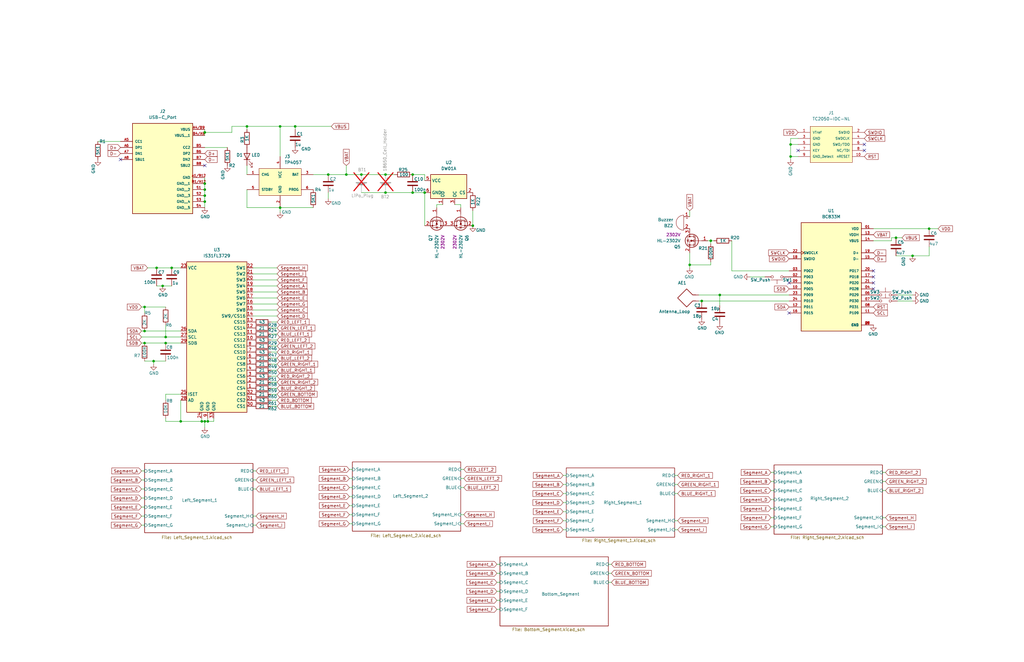
<source format=kicad_sch>
(kicad_sch (version 20250114) (generator "eeschema") (generator_version "9.0")
  (paper "USLedger")
  (junction (at 64.77 152.4))
  (junction (at 391.795 96.52))
  (junction (at 87.63 177.8))
  (junction (at 76.2 177.8))
  (junction (at 69.85 144.78))
  (junction (at 179.07 81.28))
  (junction (at 173.99 73.66))
  (junction (at 173.99 81.28))
  (junction (at 333.375 60.96))
  (junction (at 86.36 80.01))
  (junction (at 86.36 77.47))
  (junction (at 104.14 53.34))
  (junction (at 86.36 55.88))
  (junction (at 60.96 129.54))
  (junction (at 152.4 73.66))
  (junction (at 86.36 85.09))
  (junction (at 377.825 100.33))
  (junction (at 68.58 120.65))
  (junction (at 118.11 87.63))
  (junction (at 66.04 113.03))
  (junction (at 303.53 124.46))
  (junction (at 124.46 53.34))
  (junction (at 85.09 177.8))
  (junction (at 333.375 66.04))
  (junction (at 118.11 53.34))
  (junction (at 162.56 73.66))
  (junction (at 162.56 81.28))
  (junction (at 384.81 107.95))
  (junction (at 146.05 73.66))
  (junction (at 72.39 113.03))
  (junction (at 138.43 73.66))
  (junction (at 86.36 177.8))
  (junction (at 199.39 95.25))
  (junction (at 60.96 139.7))
  (junction (at 69.85 142.24))
  (junction (at 86.36 82.55))
  (junction (at 295.91 127))
  (junction (at 60.96 144.78))
  (junction (at 299.72 101.6))
  (junction (at 290.83 111.76))
  (no_connect (at 364.49 60.96))
  (no_connect (at 368.3 119.38))
  (no_connect (at 368.3 114.3))
  (no_connect (at 50.8 67.31))
  (no_connect (at 86.36 69.85))
  (no_connect (at 368.3 121.92))
  (no_connect (at 332.74 132.08))
  (no_connect (at 332.74 119.38))
  (no_connect (at 368.3 116.84))
  (no_connect (at 336.55 63.5))
  (no_connect (at 364.49 63.5))
  (wire (pts (xy 60.96 129.54) (xy 60.96 132.08)))
  (wire (pts (xy 69.85 177.8) (xy 76.2 177.8)))
  (wire (pts (xy 299.72 111.76) (xy 299.72 110.49)))
  (wire (pts (xy 285.75 223.52) (xy 284.48 223.52)))
  (wire (pts (xy 114.3 138.43) (xy 116.84 138.43)))
  (wire (pts (xy 116.84 115.57) (xy 106.68 115.57)))
  (wire (pts (xy 104.14 80.01) (xy 104.14 87.63)))
  (wire (pts (xy 147.32 220.98) (xy 148.59 220.98)))
  (wire (pts (xy 59.69 129.54) (xy 60.96 129.54)))
  (wire (pts (xy 86.36 80.01) (xy 86.36 82.55)))
  (wire (pts (xy 303.53 124.46) (xy 332.74 124.46)))
  (wire (pts (xy 118.11 87.63) (xy 132.08 87.63)))
  (wire (pts (xy 86.36 85.09) (xy 86.36 87.63)))
  (wire (pts (xy 237.49 219.71) (xy 238.76 219.71)))
  (wire (pts (xy 116.84 128.27) (xy 106.68 128.27)))
  (wire (pts (xy 384.81 107.95) (xy 391.795 107.95)))
  (wire (pts (xy 333.375 60.96) (xy 333.375 66.04)))
  (wire (pts (xy 186.69 86.36) (xy 184.15 86.36)))
  (wire (pts (xy 138.43 81.28) (xy 138.43 83.82)))
  (wire (pts (xy 373.38 222.25) (xy 372.11 222.25)))
  (wire (pts (xy 116.84 118.11) (xy 106.68 118.11)))
  (wire (pts (xy 116.84 123.19) (xy 106.68 123.19)))
  (wire (pts (xy 66.04 113.03) (xy 72.39 113.03)))
  (wire (pts (xy 290.83 106.68) (xy 290.83 111.76)))
  (wire (pts (xy 64.77 152.4) (xy 69.85 152.4)))
  (wire (pts (xy 64.77 153.67) (xy 64.77 152.4)))
  (wire (pts (xy 308.61 114.3) (xy 332.74 114.3)))
  (wire (pts (xy 195.58 220.98) (xy 194.31 220.98)))
  (wire (pts (xy 179.07 73.66) (xy 179.07 76.2)))
  (wire (pts (xy 114.3 146.05) (xy 116.84 146.05)))
  (wire (pts (xy 294.64 124.46) (xy 303.53 124.46)))
  (wire (pts (xy 114.3 148.59) (xy 116.84 148.59)))
  (wire (pts (xy 237.49 215.9) (xy 238.76 215.9)))
  (wire (pts (xy 147.32 198.12) (xy 148.59 198.12)))
  (wire (pts (xy 90.17 176.53) (xy 90.17 177.8)))
  (wire (pts (xy 377.825 107.95) (xy 384.81 107.95)))
  (wire (pts (xy 316.23 116.84) (xy 322.58 116.84)))
  (wire (pts (xy 114.3 143.51) (xy 116.84 143.51)))
  (wire (pts (xy 257.81 241.935) (xy 256.54 241.935)))
  (wire (pts (xy 325.12 207.01) (xy 326.39 207.01)))
  (wire (pts (xy 97.79 55.88) (xy 97.79 53.34)))
  (wire (pts (xy 195.58 205.74) (xy 194.31 205.74)))
  (wire (pts (xy 59.69 213.995) (xy 60.96 213.995)))
  (wire (pts (xy 107.95 206.375) (xy 106.68 206.375)))
  (wire (pts (xy 237.49 208.28) (xy 238.76 208.28)))
  (wire (pts (xy 68.58 120.65) (xy 72.39 120.65)))
  (wire (pts (xy 237.49 212.09) (xy 238.76 212.09)))
  (wire (pts (xy 86.36 54.61) (xy 86.36 55.88)))
  (wire (pts (xy 104.14 87.63) (xy 118.11 87.63)))
  (wire (pts (xy 194.31 87.63) (xy 194.31 86.36)))
  (wire (pts (xy 59.69 206.375) (xy 60.96 206.375)))
  (wire (pts (xy 308.61 101.6) (xy 308.61 114.3)))
  (wire (pts (xy 114.3 151.13) (xy 116.84 151.13)))
  (wire (pts (xy 86.36 55.88) (xy 97.79 55.88)))
  (wire (pts (xy 76.2 166.37) (xy 69.85 166.37)))
  (wire (pts (xy 60.96 144.78) (xy 69.85 144.78)))
  (wire (pts (xy 375.92 100.33) (xy 377.825 100.33)))
  (wire (pts (xy 86.36 62.23) (xy 95.885 62.23)))
  (wire (pts (xy 114.3 161.29) (xy 116.84 161.29)))
  (wire (pts (xy 72.39 113.03) (xy 76.2 113.03)))
  (wire (pts (xy 86.36 177.8) (xy 87.63 177.8)))
  (wire (pts (xy 69.85 137.16) (xy 69.85 142.24)))
  (wire (pts (xy 285.75 204.47) (xy 284.48 204.47)))
  (wire (pts (xy 333.375 60.96) (xy 336.55 60.96)))
  (wire (pts (xy 199.39 88.9) (xy 199.39 95.25)))
  (wire (pts (xy 104.14 53.34) (xy 118.11 53.34)))
  (wire (pts (xy 86.36 180.34) (xy 86.36 177.8)))
  (wire (pts (xy 132.08 73.66) (xy 138.43 73.66)))
  (wire (pts (xy 59.69 221.615) (xy 60.96 221.615)))
  (wire (pts (xy 124.46 53.34) (xy 139.7 53.34)))
  (wire (pts (xy 118.11 89.535) (xy 118.11 87.63)))
  (wire (pts (xy 333.375 58.42) (xy 336.55 58.42)))
  (wire (pts (xy 114.3 140.97) (xy 116.84 140.97)))
  (wire (pts (xy 59.69 139.7) (xy 60.96 139.7)))
  (wire (pts (xy 76.2 168.91) (xy 76.2 177.8)))
  (wire (pts (xy 373.38 203.2) (xy 372.11 203.2)))
  (wire (pts (xy 285.75 200.66) (xy 284.48 200.66)))
  (wire (pts (xy 333.375 67.31) (xy 333.375 66.04)))
  (wire (pts (xy 116.84 125.73) (xy 106.68 125.73)))
  (wire (pts (xy 59.69 198.755) (xy 60.96 198.755)))
  (wire (pts (xy 378.46 124.46) (xy 384.81 124.46)))
  (wire (pts (xy 325.12 218.44) (xy 326.39 218.44)))
  (wire (pts (xy 69.85 144.78) (xy 76.2 144.78)))
  (wire (pts (xy 237.49 223.52) (xy 238.76 223.52)))
  (wire (pts (xy 257.81 245.745) (xy 256.54 245.745)))
  (wire (pts (xy 90.17 177.8) (xy 87.63 177.8)))
  (wire (pts (xy 147.32 213.36) (xy 148.59 213.36)))
  (wire (pts (xy 373.38 207.01) (xy 372.11 207.01)))
  (wire (pts (xy 295.91 127) (xy 332.74 127)))
  (wire (pts (xy 69.85 166.37) (xy 69.85 168.91)))
  (wire (pts (xy 162.56 73.66) (xy 166.37 73.66)))
  (wire (pts (xy 290.83 111.76) (xy 299.72 111.76)))
  (wire (pts (xy 66.04 120.65) (xy 68.58 120.65)))
  (wire (pts (xy 237.49 200.66) (xy 238.76 200.66)))
  (wire (pts (xy 41.275 59.69) (xy 50.8 59.69)))
  (wire (pts (xy 257.81 238.125) (xy 256.54 238.125)))
  (wire (pts (xy 116.84 133.35) (xy 106.68 133.35)))
  (wire (pts (xy 59.69 202.565) (xy 60.96 202.565)))
  (wire (pts (xy 118.11 53.34) (xy 124.46 53.34)))
  (wire (pts (xy 209.55 238.125) (xy 210.82 238.125)))
  (wire (pts (xy 303.53 124.46) (xy 303.53 128.905)))
  (wire (pts (xy 107.95 198.755) (xy 106.68 198.755)))
  (wire (pts (xy 114.3 163.83) (xy 116.84 163.83)))
  (wire (pts (xy 107.95 217.805) (xy 106.68 217.805)))
  (wire (pts (xy 76.2 177.8) (xy 85.09 177.8)))
  (wire (pts (xy 69.85 142.24) (xy 76.2 142.24)))
  (wire (pts (xy 162.56 81.28) (xy 173.99 81.28)))
  (wire (pts (xy 86.36 77.47) (xy 86.36 80.01)))
  (wire (pts (xy 146.05 73.66) (xy 152.4 73.66)))
  (wire (pts (xy 368.3 96.52) (xy 391.795 96.52)))
  (wire (pts (xy 69.85 177.8) (xy 69.85 176.53)))
  (wire (pts (xy 333.375 58.42) (xy 333.375 60.96)))
  (wire (pts (xy 299.72 102.87) (xy 299.72 101.6)))
  (wire (pts (xy 86.36 82.55) (xy 86.36 85.09)))
  (wire (pts (xy 116.84 113.03) (xy 106.68 113.03)))
  (wire (pts (xy 285.75 208.28) (xy 284.48 208.28)))
  (wire (pts (xy 104.14 69.85) (xy 104.14 73.66)))
  (wire (pts (xy 209.55 253.365) (xy 210.82 253.365)))
  (wire (pts (xy 114.3 156.21) (xy 116.84 156.21)))
  (wire (pts (xy 195.58 217.17) (xy 194.31 217.17)))
  (wire (pts (xy 97.79 53.34) (xy 104.14 53.34)))
  (wire (pts (xy 325.12 222.25) (xy 326.39 222.25)))
  (wire (pts (xy 377.825 100.33) (xy 380.365 100.33)))
  (wire (pts (xy 138.43 73.66) (xy 146.05 73.66)))
  (wire (pts (xy 116.84 130.81) (xy 106.68 130.81)))
  (wire (pts (xy 368.3 101.6) (xy 375.92 101.6)))
  (wire (pts (xy 114.3 158.75) (xy 116.84 158.75)))
  (wire (pts (xy 60.96 129.54) (xy 69.85 129.54)))
  (wire (pts (xy 62.23 113.03) (xy 66.04 113.03)))
  (wire (pts (xy 173.99 73.66) (xy 179.07 73.66)))
  (wire (pts (xy 118.11 53.34) (xy 118.11 66.04)))
  (wire (pts (xy 59.69 142.24) (xy 69.85 142.24)))
  (wire (pts (xy 59.69 210.185) (xy 60.96 210.185)))
  (wire (pts (xy 290.83 111.76) (xy 290.83 113.03)))
  (wire (pts (xy 59.69 217.805) (xy 60.96 217.805)))
  (wire (pts (xy 294.64 127) (xy 295.91 127)))
  (wire (pts (xy 147.32 201.93) (xy 148.59 201.93)))
  (wire (pts (xy 391.795 96.52) (xy 395.605 96.52)))
  (wire (pts (xy 237.49 204.47) (xy 238.76 204.47)))
  (wire (pts (xy 195.58 201.93) (xy 194.31 201.93)))
  (wire (pts (xy 333.375 66.04) (xy 336.55 66.04)))
  (wire (pts (xy 85.09 177.8) (xy 86.36 177.8)))
  (wire (pts (xy 147.32 205.74) (xy 148.59 205.74)))
  (wire (pts (xy 325.12 199.39) (xy 326.39 199.39)))
  (wire (pts (xy 298.45 101.6) (xy 299.72 101.6)))
  (wire (pts (xy 209.55 241.935) (xy 210.82 241.935)))
  (wire (pts (xy 114.3 166.37) (xy 116.84 166.37)))
  (wire (pts (xy 373.38 199.39) (xy 372.11 199.39)))
  (wire (pts (xy 85.09 176.53) (xy 85.09 177.8)))
  (wire (pts (xy 86.36 74.93) (xy 86.36 77.47)))
  (wire (pts (xy 373.38 218.44) (xy 372.11 218.44)))
  (wire (pts (xy 384.81 127) (xy 378.46 127)))
  (wire (pts (xy 209.55 245.745) (xy 210.82 245.745)))
  (wire (pts (xy 114.3 168.91) (xy 116.84 168.91)))
  (wire (pts (xy 147.32 217.17) (xy 148.59 217.17)))
  (wire (pts (xy 152.4 81.28) (xy 162.56 81.28)))
  (wire (pts (xy 107.95 221.615) (xy 106.68 221.615)))
  (wire (pts (xy 116.84 120.65) (xy 106.68 120.65)))
  (wire (pts (xy 86.36 55.88) (xy 86.36 57.15)))
  (wire (pts (xy 375.92 101.6) (xy 375.92 100.33)))
  (wire (pts (xy 114.3 135.89) (xy 116.84 135.89)))
  (wire (pts (xy 60.96 152.4) (xy 64.77 152.4)))
  (wire (pts (xy 107.95 202.565) (xy 106.68 202.565)))
  (wire (pts (xy 194.31 86.36) (xy 191.77 86.36)))
  (wire (pts (xy 325.12 203.2) (xy 326.39 203.2)))
  (wire (pts (xy 195.58 198.12) (xy 194.31 198.12)))
  (wire (pts (xy 391.795 107.95) (xy 391.795 104.14)))
  (wire (pts (xy 179.07 81.28) (xy 179.07 95.25)))
  (wire (pts (xy 173.99 81.28) (xy 179.07 81.28)))
  (wire (pts (xy 152.4 73.66) (xy 162.56 73.66)))
  (wire (pts (xy 146.05 69.85) (xy 146.05 73.66)))
  (wire (pts (xy 299.72 101.6) (xy 300.99 101.6)))
  (wire (pts (xy 87.63 177.8) (xy 87.63 176.53)))
  (wire (pts (xy 124.46 54.61) (xy 124.46 53.34)))
  (wire (pts (xy 290.83 88.9) (xy 290.83 91.44)))
  (wire (pts (xy 209.55 249.555) (xy 210.82 249.555)))
  (wire (pts (xy 114.3 171.45) (xy 116.84 171.45)))
  (wire (pts (xy 104.14 53.34) (xy 104.14 54.61)))
  (wire (pts (xy 184.15 86.36) (xy 184.15 87.63)))
  (wire (pts (xy 325.12 214.63) (xy 326.39 214.63)))
  (wire (pts (xy 59.69 144.78) (xy 60.96 144.78)))
  (wire (pts (xy 325.12 210.82) (xy 326.39 210.82)))
  (wire (pts (xy 147.32 209.55) (xy 148.59 209.55)))
  (wire (pts (xy 60.96 139.7) (xy 76.2 139.7)))
  (wire (pts (xy 285.75 219.71) (xy 284.48 219.71)))
  (wire (pts (xy 114.3 153.67) (xy 116.84 153.67)))
  (wire (pts (xy 209.55 257.175) (xy 210.82 257.175)))
  (global_label "RED_BOTTOM" (shape input) (at 116.84 168.91 0) (property "Intersheetrefs" "${INTERSHEET_REFS}" (effects (hide yes))))
  (global_label "D-" (shape input) (at 368.3 106.68 0) (property "Intersheetrefs" "${INTERSHEET_REFS}" (effects (hide yes))))
  (global_label "RED_LEFT_2" (shape input) (at 195.58 198.12 0) (property "Intersheetrefs" "${INTERSHEET_REFS}" (effects (hide yes))))
  (global_label "Segment_D" (shape input) (at 147.32 209.55 180) (property "Intersheetrefs" "${INTERSHEET_REFS}" (effects (hide yes))))
  (global_label "Segment_E" (shape input) (at 325.12 214.63 180) (property "Intersheetrefs" "${INTERSHEET_REFS}" (effects (hide yes))))
  (global_label "Segment_D" (shape input) (at 116.84 133.35 0) (property "Intersheetrefs" "${INTERSHEET_REFS}" (effects (hide yes))))
  (global_label "VBUS" (shape input) (at 380.365 100.33 0) (property "Intersheetrefs" "${INTERSHEET_REFS}" (effects (hide yes))))
  (global_label "GREEN_RIGHT_2" (shape input) (at 373.38 203.2 0) (property "Intersheetrefs" "${INTERSHEET_REFS}" (effects (hide yes))))
  (global_label "RST" (shape input) (at 364.49 66.04 0) (property "Intersheetrefs" "${INTERSHEET_REFS}" (effects (hide yes))))
  (global_label "Segment_E" (shape input) (at 147.32 213.36 180) (property "Intersheetrefs" "${INTERSHEET_REFS}" (effects (hide yes))))
  (global_label "BLUE_RIGHT_2" (shape input) (at 116.84 163.83 0) (property "Intersheetrefs" "${INTERSHEET_REFS}" (effects (hide yes))))
  (global_label "SDB" (shape input) (at 332.74 121.92 180) (property "Intersheetrefs" "${INTERSHEET_REFS}" (effects (hide yes))))
  (global_label "Segment_A" (shape input) (at 59.69 198.755 180) (property "Intersheetrefs" "${INTERSHEET_REFS}" (effects (hide yes))))
  (global_label "Segment_A" (shape input) (at 116.84 120.65 0) (property "Intersheetrefs" "${INTERSHEET_REFS}" (effects (hide yes))))
  (global_label "SWCLK" (shape input) (at 332.74 106.68 180) (property "Intersheetrefs" "${INTERSHEET_REFS}" (effects (hide yes))))
  (global_label "BLUE_LEFT_1" (shape input) (at 116.84 140.97 0) (property "Intersheetrefs" "${INTERSHEET_REFS}" (effects (hide yes))))
  (global_label "Segment_D" (shape input) (at 59.69 210.185 180) (property "Intersheetrefs" "${INTERSHEET_REFS}" (effects (hide yes))))
  (global_label "Segment_C" (shape input) (at 325.12 207.01 180) (property "Intersheetrefs" "${INTERSHEET_REFS}" (effects (hide yes))))
  (global_label "GREEN_LEFT_1" (shape input) (at 107.95 202.565 0) (property "Intersheetrefs" "${INTERSHEET_REFS}" (effects (hide yes))))
  (global_label "D-" (shape input) (at 86.36 67.31 0) (property "Intersheetrefs" "${INTERSHEET_REFS}" (effects (hide yes))))
  (global_label "GREEN_BOTTOM" (shape input) (at 116.84 166.37 0) (property "Intersheetrefs" "${INTERSHEET_REFS}" (effects (hide yes))))
  (global_label "BLUE_LEFT_2" (shape input) (at 195.58 205.74 0) (property "Intersheetrefs" "${INTERSHEET_REFS}" (effects (hide yes))))
  (global_label "Segment_G" (shape input) (at 325.12 222.25 180) (property "Intersheetrefs" "${INTERSHEET_REFS}" (effects (hide yes))))
  (global_label "D+" (shape input) (at 368.3 109.22 0) (property "Intersheetrefs" "${INTERSHEET_REFS}" (effects (hide yes))))
  (global_label "Segment_E" (shape input) (at 116.84 125.73 0) (property "Intersheetrefs" "${INTERSHEET_REFS}" (effects (hide yes))))
  (global_label "D+" (shape input) (at 86.36 64.77 0) (property "Intersheetrefs" "${INTERSHEET_REFS}" (effects (hide yes))))
  (global_label "GREEN_LEFT_2" (shape input) (at 195.58 201.93 0) (property "Intersheetrefs" "${INTERSHEET_REFS}" (effects (hide yes))))
  (global_label "Segment_I" (shape input) (at 373.38 222.25 0) (property "Intersheetrefs" "${INTERSHEET_REFS}" (effects (hide yes))))
  (global_label "SWDIO" (shape input) (at 332.74 109.22 180) (property "Intersheetrefs" "${INTERSHEET_REFS}" (effects (hide yes))))
  (global_label "VDD" (shape input) (at 59.69 129.54 180) (property "Intersheetrefs" "${INTERSHEET_REFS}" (effects (hide yes))))
  (global_label "RED_RIGHT_2" (shape input) (at 116.84 158.75 0) (property "Intersheetrefs" "${INTERSHEET_REFS}" (effects (hide yes))))
  (global_label "BLUE_BOTTOM" (shape input) (at 257.81 245.745 0) (property "Intersheetrefs" "${INTERSHEET_REFS}" (effects (hide yes))))
  (global_label "Segment_F" (shape input) (at 209.55 257.175 180) (property "Intersheetrefs" "${INTERSHEET_REFS}" (effects (hide yes))))
  (global_label "BLUE_LEFT_2" (shape input) (at 116.84 151.13 0) (property "Intersheetrefs" "${INTERSHEET_REFS}" (effects (hide yes))))
  (global_label "Segment_F" (shape input) (at 116.84 118.11 0) (property "Intersheetrefs" "${INTERSHEET_REFS}" (effects (hide yes))))
  (global_label "Segment_E" (shape input) (at 59.69 213.995 180) (property "Intersheetrefs" "${INTERSHEET_REFS}" (effects (hide yes))))
  (global_label "Segment_G" (shape input) (at 116.84 128.27 0) (property "Intersheetrefs" "${INTERSHEET_REFS}" (effects (hide yes))))
  (global_label "GREEN_RIGHT_1" (shape input) (at 116.84 153.67 0) (property "Intersheetrefs" "${INTERSHEET_REFS}" (effects (hide yes))))
  (global_label "GREEN_RIGHT_2" (shape input) (at 116.84 161.29 0) (property "Intersheetrefs" "${INTERSHEET_REFS}" (effects (hide yes))))
  (global_label "Segment_E" (shape input) (at 237.49 215.9 180) (property "Intersheetrefs" "${INTERSHEET_REFS}" (effects (hide yes))))
  (global_label "SWCLK" (shape input) (at 364.49 58.42 0) (property "Intersheetrefs" "${INTERSHEET_REFS}" (effects (hide yes))))
  (global_label "SDA" (shape input) (at 332.74 129.54 180) (property "Intersheetrefs" "${INTERSHEET_REFS}" (effects (hide yes))))
  (global_label "Segment_A" (shape input) (at 237.49 200.66 180) (property "Intersheetrefs" "${INTERSHEET_REFS}" (effects (hide yes))))
  (global_label "Segment_D" (shape input) (at 209.55 249.555 180) (property "Intersheetrefs" "${INTERSHEET_REFS}" (effects (hide yes))))
  (global_label "VBAT" (shape input) (at 62.23 113.03 180) (property "Intersheetrefs" "${INTERSHEET_REFS}" (effects (hide yes))))
  (global_label "Segment_I" (shape input) (at 285.75 223.52 0) (property "Intersheetrefs" "${INTERSHEET_REFS}" (effects (hide yes))))
  (global_label "SWDIO" (shape input) (at 364.49 55.88 0) (property "Intersheetrefs" "${INTERSHEET_REFS}" (effects (hide yes))))
  (global_label "Segment_C" (shape input) (at 237.49 208.28 180) (property "Intersheetrefs" "${INTERSHEET_REFS}" (effects (hide yes))))
  (global_label "Segment_A" (shape input) (at 209.55 238.125 180) (property "Intersheetrefs" "${INTERSHEET_REFS}" (effects (hide yes))))
  (global_label "RED_LEFT_2" (shape input) (at 116.84 143.51 0) (property "Intersheetrefs" "${INTERSHEET_REFS}" (effects (hide yes))))
  (global_label "Segment_B" (shape input) (at 325.12 203.2 180) (property "Intersheetrefs" "${INTERSHEET_REFS}" (effects (hide yes))))
  (global_label "GREEN_RIGHT_1" (shape input) (at 285.75 204.47 0) (property "Intersheetrefs" "${INTERSHEET_REFS}" (effects (hide yes))))
  (global_label "Segment_H" (shape input) (at 107.95 217.805 0) (property "Intersheetrefs" "${INTERSHEET_REFS}" (effects (hide yes))))
  (global_label "Segment_H" (shape input) (at 285.75 219.71 0) (property "Intersheetrefs" "${INTERSHEET_REFS}" (effects (hide yes))))
  (global_label "Segment_B" (shape input) (at 147.32 201.93 180) (property "Intersheetrefs" "${INTERSHEET_REFS}" (effects (hide yes))))
  (global_label "Segment_D" (shape input) (at 237.49 212.09 180) (property "Intersheetrefs" "${INTERSHEET_REFS}" (effects (hide yes))))
  (global_label "Segment_G" (shape input) (at 147.32 220.98 180) (property "Intersheetrefs" "${INTERSHEET_REFS}" (effects (hide yes))))
  (global_label "Segment_B" (shape input) (at 237.49 204.47 180) (property "Intersheetrefs" "${INTERSHEET_REFS}" (effects (hide yes))))
  (global_label "GREEN_BOTTOM" (shape input) (at 257.81 241.935 0) (property "Intersheetrefs" "${INTERSHEET_REFS}" (effects (hide yes))))
  (global_label "Segment_E" (shape input) (at 209.55 253.365 180) (property "Intersheetrefs" "${INTERSHEET_REFS}" (effects (hide yes))))
  (global_label "VBAT" (shape input) (at 290.83 88.9 90) (property "Intersheetrefs" "${INTERSHEET_REFS}" (effects (hide yes))))
  (global_label "Segment_C" (shape input) (at 147.32 205.74 180) (property "Intersheetrefs" "${INTERSHEET_REFS}" (effects (hide yes))))
  (global_label "Segment_C" (shape input) (at 116.84 130.81 0) (property "Intersheetrefs" "${INTERSHEET_REFS}" (effects (hide yes))))
  (global_label "Segment_F" (shape input) (at 325.12 218.44 180) (property "Intersheetrefs" "${INTERSHEET_REFS}" (effects (hide yes))))
  (global_label "Segment_F" (shape input) (at 59.69 217.805 180) (property "Intersheetrefs" "${INTERSHEET_REFS}" (effects (hide yes))))
  (global_label "BLUE_BOTTOM" (shape input) (at 116.84 171.45 0) (property "Intersheetrefs" "${INTERSHEET_REFS}" (effects (hide yes))))
  (global_label "BLUE_LEFT_1" (shape input) (at 107.95 206.375 0) (property "Intersheetrefs" "${INTERSHEET_REFS}" (effects (hide yes))))
  (global_label "SDB" (shape input) (at 59.69 144.78 180) (property "Intersheetrefs" "${INTERSHEET_REFS}" (effects (hide yes))))
  (global_label "SDA" (shape input) (at 59.69 139.7 180) (property "Intersheetrefs" "${INTERSHEET_REFS}" (effects (hide yes))))
  (global_label "GREEN_LEFT_2" (shape input) (at 116.84 146.05 0) (property "Intersheetrefs" "${INTERSHEET_REFS}" (effects (hide yes))))
  (global_label "RST" (shape input) (at 368.3 129.54 0) (property "Intersheetrefs" "${INTERSHEET_REFS}" (effects (hide yes))))
  (global_label "BLUE_RIGHT_2" (shape input) (at 373.38 207.01 0) (property "Intersheetrefs" "${INTERSHEET_REFS}" (effects (hide yes))))
  (global_label "RED_RIGHT_1" (shape input) (at 116.84 148.59 0) (property "Intersheetrefs" "${INTERSHEET_REFS}" (effects (hide yes))))
  (global_label "Segment_I" (shape input) (at 116.84 115.57 0) (property "Intersheetrefs" "${INTERSHEET_REFS}" (effects (hide yes))))
  (global_label "Segment_A" (shape input) (at 325.12 199.39 180) (property "Intersheetrefs" "${INTERSHEET_REFS}" (effects (hide yes))))
  (global_label "Segment_G" (shape input) (at 59.69 221.615 180) (property "Intersheetrefs" "${INTERSHEET_REFS}" (effects (hide yes))))
  (global_label "D-" (shape input) (at 50.8 64.77 180) (property "Intersheetrefs" "${INTERSHEET_REFS}" (effects (hide yes))))
  (global_label "RED_LEFT_1" (shape input) (at 116.84 135.89 0) (property "Intersheetrefs" "${INTERSHEET_REFS}" (effects (hide yes))))
  (global_label "Segment_C" (shape input) (at 59.69 206.375 180) (property "Intersheetrefs" "${INTERSHEET_REFS}" (effects (hide yes))))
  (global_label "RED_RIGHT_1" (shape input) (at 285.75 200.66 0) (property "Intersheetrefs" "${INTERSHEET_REFS}" (effects (hide yes))))
  (global_label "VDD" (shape input) (at 395.605 96.52 0) (property "Intersheetrefs" "${INTERSHEET_REFS}" (effects (hide yes))))
  (global_label "RED_BOTTOM" (shape input) (at 257.81 238.125 0) (property "Intersheetrefs" "${INTERSHEET_REFS}" (effects (hide yes))))
  (global_label "Segment_B" (shape input) (at 209.55 241.935 180) (property "Intersheetrefs" "${INTERSHEET_REFS}" (effects (hide yes))))
  (global_label "Segment_F" (shape input) (at 237.49 219.71 180) (property "Intersheetrefs" "${INTERSHEET_REFS}" (effects (hide yes))))
  (global_label "Segment_A" (shape input) (at 147.32 198.12 180) (property "Intersheetrefs" "${INTERSHEET_REFS}" (effects (hide yes))))
  (global_label "Segment_C" (shape input) (at 209.55 245.745 180) (property "Intersheetrefs" "${INTERSHEET_REFS}" (effects (hide yes))))
  (global_label "Segment_I" (shape input) (at 195.58 220.98 0) (property "Intersheetrefs" "${INTERSHEET_REFS}" (effects (hide yes))))
  (global_label "RED_LEFT_1" (shape input) (at 107.95 198.755 0) (property "Intersheetrefs" "${INTERSHEET_REFS}" (effects (hide yes))))
  (global_label "VBUS" (shape input) (at 139.7 53.34 0) (property "Intersheetrefs" "${INTERSHEET_REFS}" (effects (hide yes))))
  (global_label "BLUE_RIGHT_1" (shape input) (at 116.84 156.21 0) (property "Intersheetrefs" "${INTERSHEET_REFS}" (effects (hide yes))))
  (global_label "VBAT" (shape input) (at 368.3 99.06 0) (property "Intersheetrefs" "${INTERSHEET_REFS}" (effects (hide yes))))
  (global_label "GREEN_LEFT_1" (shape input) (at 116.84 138.43 0) (property "Intersheetrefs" "${INTERSHEET_REFS}" (effects (hide yes))))
  (global_label "Segment_B" (shape input) (at 116.84 123.19 0) (property "Intersheetrefs" "${INTERSHEET_REFS}" (effects (hide yes))))
  (global_label "Segment_B" (shape input) (at 59.69 202.565 180) (property "Intersheetrefs" "${INTERSHEET_REFS}" (effects (hide yes))))
  (global_label "VDD" (shape input) (at 336.55 55.88 180) (property "Intersheetrefs" "${INTERSHEET_REFS}" (effects (hide yes))))
  (global_label "D+" (shape input) (at 50.8 62.23 180) (property "Intersheetrefs" "${INTERSHEET_REFS}" (effects (hide yes))))
  (global_label "BLUE_RIGHT_1" (shape input) (at 285.75 208.28 0) (property "Intersheetrefs" "${INTERSHEET_REFS}" (effects (hide yes))))
  (global_label "Segment_I" (shape input) (at 107.95 221.615 0) (property "Intersheetrefs" "${INTERSHEET_REFS}" (effects (hide yes))))
  (global_label "Segment_H" (shape input) (at 116.84 113.03 0) (property "Intersheetrefs" "${INTERSHEET_REFS}" (effects (hide yes))))
  (global_label "Segment_H" (shape input) (at 373.38 218.44 0) (property "Intersheetrefs" "${INTERSHEET_REFS}" (effects (hide yes))))
  (global_label "Segment_D" (shape input) (at 325.12 210.82 180) (property "Intersheetrefs" "${INTERSHEET_REFS}" (effects (hide yes))))
  (global_label "Segment_F" (shape input) (at 147.32 217.17 180) (property "Intersheetrefs" "${INTERSHEET_REFS}" (effects (hide yes))))
  (global_label "Segment_G" (shape input) (at 237.49 223.52 180) (property "Intersheetrefs" "${INTERSHEET_REFS}" (effects (hide yes))))
  (global_label "VBAT" (shape input) (at 146.05 69.85 90) (property "Intersheetrefs" "${INTERSHEET_REFS}" (effects (hide yes))))
  (global_label "SCL" (shape input) (at 368.3 132.08 0) (property "Intersheetrefs" "${INTERSHEET_REFS}" (effects (hide yes))))
  (global_label "Segment_H" (shape input) (at 195.58 217.17 0) (property "Intersheetrefs" "${INTERSHEET_REFS}" (effects (hide yes))))
  (global_label "RED_RIGHT_2" (shape input) (at 373.38 199.39 0) (property "Intersheetrefs" "${INTERSHEET_REFS}" (effects (hide yes))))
  (global_label "SCL" (shape input) (at 59.69 142.24 180) (property "Intersheetrefs" "${INTERSHEET_REFS}" (effects (hide yes))))
  (symbol (lib_id "Device:LED") (at 104.14 66.04 90) (unit 1)
    (property "Reference" "D1" (at 99.695 65.405 90) (effects (justify right)))
    (property "Value" "LED" (at 106.045 65.405 90) (effects (justify right)))
    (property "Footprint" "LED_SMD:LED_0603_1608Metric" (effects (hide yes)))
    (property "Datasheet" "https://www.lcsc.com/datasheet/lcsc_datasheet_2402181505_XINGLIGHT-XL-1608SURC-06_C965799.pdf" (effects (hide yes)))
    (property "Website" "https://www.lcsc.com/product-detail/span-style-background-color-ff0-LED-span-Indication-Discrete_XINGLIGHT-XL-1608SURC-06_C965799.html" (effects (hide yes)))
    (property "Vendor" "LCSC" (effects (hide yes)))
    (property "Price" ".003" (effects (hide yes)))
    (property "Manufacturer" "XINGLIGHT" (effects (hide yes)))
    (property "Notes" "20mA" (effects (hide yes)))
    (property "Package" "0603" (effects (hide yes)))
    (property "Part Number" "XL-1608SURC-06" (effects (hide yes)))
    (property "LCSC Part Number" "C965799" (effects (hide yes)))
  )
  (symbol (lib_id "Device:R") (at 69.85 172.72 0) (unit 1)
    (property "Reference" "R8" (at 70.104 169.164 0) (effects (justify left)))
    (property "Value" "10K" (at 69.85 174.498 90) (effects (justify left)))
    (property "Footprint" "User_Footprints:R_0603_1608Metric" (effects (hide yes)))
    (property "Datasheet" "https://www.lcsc.com/datasheet/lcsc_datasheet_2411071710_FOJAN-FRC0603J103-TS_C2930027.pdf" (effects (hide yes)))
    (property "Description" "Resistor" (effects (hide yes)))
    (property "Website" "https://www.lcsc.com/product-detail/Chip-Resistor-Surface-Mount_FOJAN-FRC0603J103-TS_C2930027.html" (effects (hide yes)))
    (property "Vendor" "LCSC" (effects (hide yes)))
    (property "Price" ".0008" (effects (hide yes)))
    (property "Part Number" "FRC0603J103 TS" (effects (hide yes)))
    (property "Manufacturer" "FOJAN" (effects (hide yes)))
    (property "Notes" "100mW 5%" (effects (hide yes)))
    (property "Package" "0603" (effects (hide yes)))
    (property "LCSC Part Number" "C2930027" (effects (hide yes)))
  )
  (symbol (lib_id "Device:R") (at 110.49 168.91 90) (unit 1)
    (property "Reference" "R61" (at 116.84 170.18 90) (effects (justify left)))
    (property "Value" "43" (at 111.76 168.91 90) (effects (justify left)))
    (property "Footprint" "User_Footprints:R_0603_1608Metric" (effects (hide yes)))
    (property "Datasheet" "https://datasheet.lcsc.com/lcsc/2308241947_FOJAN-FRC0603F43R0TS_C2907039.pdf?_gl=1*wmk6l2*_ga*MTUxOTY1NDM1LjE3MDAxMTA5MjU.*_ga_98M84MKSZH*MTcxMDY2OTQ4Ni4zMy4xLjE3MTA2NzM0NDkuNTkuMC4w" (effects (hide yes)))
    (property "Part Number" "FRC0603F43R0TS" (effects (hide yes)))
    (property "Website" "https://www.lcsc.com/product-detail/Chip-Resistor-Surface-Mount_FOJAN-FRC0603F43R0TS_C2907039.html" (effects (hide yes)))
    (property "Vendor" "LCSC" (effects (hide yes)))
    (property "Price" ".0009" (effects (hide yes)))
    (property "Package" "0603" (effects (hide yes)))
    (property "Notes" "100mW 1%" (effects (hide yes)))
    (property "Manufacturer" "FOJAN" (effects (hide yes)))
    (property "LCSC Part Number" "C2907039" (effects (hide yes)))
  )
  (symbol (lib_id "power:GND") (at 138.43 83.82 0) (unit 1)
    (property "Reference" "#PWR0111" (effects (hide yes)))
    (property "Value" "GND" (at 139.7 85.725 0) (effects (justify left)))
  )
  (symbol (lib_id "Device:R") (at 110.49 158.75 90) (unit 1)
    (property "Reference" "R51" (at 116.84 160.02 90) (effects (justify left)))
    (property "Value" "43" (at 111.76 158.75 90) (effects (justify left)))
    (property "Footprint" "User_Footprints:R_0603_1608Metric" (effects (hide yes)))
    (property "Datasheet" "https://datasheet.lcsc.com/lcsc/2308241947_FOJAN-FRC0603F43R0TS_C2907039.pdf?_gl=1*wmk6l2*_ga*MTUxOTY1NDM1LjE3MDAxMTA5MjU.*_ga_98M84MKSZH*MTcxMDY2OTQ4Ni4zMy4xLjE3MTA2NzM0NDkuNTkuMC4w" (effects (hide yes)))
    (property "Part Number" "FRC0603F43R0TS" (effects (hide yes)))
    (property "Website" "https://www.lcsc.com/product-detail/Chip-Resistor-Surface-Mount_FOJAN-FRC0603F43R0TS_C2907039.html" (effects (hide yes)))
    (property "Vendor" "LCSC" (effects (hide yes)))
    (property "Price" ".0009" (effects (hide yes)))
    (property "Package" "0603" (effects (hide yes)))
    (property "Notes" "100mW 1%" (effects (hide yes)))
    (property "Manufacturer" "FOJAN" (effects (hide yes)))
    (property "LCSC Part Number" "C2907039" (effects (hide yes)))
  )
  (symbol (lib_id "power:GND") (at 64.77 153.67 0) (unit 1)
    (property "Reference" "#PWR03" (effects (hide yes)))
    (property "Value" "GND" (at 62.865 157.48 0) (effects (justify left)))
  )
  (symbol (lib_id "Device:R") (at 199.39 85.09 180) (unit 1)
    (property "Reference" "R22" (at 201.676 83.058 90) (effects (justify left)))
    (property "Value" "1K" (at 199.39 83.82 90) (effects (justify left)))
    (property "Footprint" "User_Footprints:R_0603_1608Metric" (effects (hide yes)))
    (property "Datasheet" "https://datasheet.lcsc.com/lcsc/2308241947_FOJAN-FRC0603J102-TS_C2907113.pdf?_gl=1*kc0qxh*_ga*MTUxOTY1NDM1LjE3MDAxMTA5MjU.*_ga_98M84MKSZH*MTcxMDcxNTY3Ni4zNS4xLjE3MTA3MTY4NjYuNjAuMC4w" (effects (hide yes)))
    (property "Part Number" "FRC0603J102 TS" (effects (hide yes)))
    (property "Website" "https://www.lcsc.com/product-detail/Chip-Resistor-Surface-Mount_FOJAN-FRC0603J102-TS_C2907113.html" (effects (hide yes)))
    (property "Vendor" "LCSC" (effects (hide yes)))
    (property "Price" ".0008" (effects (hide yes)))
    (property "Package" "0603" (effects (hide yes)))
    (property "Notes" "100mW 1%" (effects (hide yes)))
    (property "Manufacturer" "FOJAN" (effects (hide yes)))
    (property "LCSC Part Number" "C2907113" (effects (hide yes)))
  )
  (symbol (lib_id "Device:Antenna_Loop") (at 289.56 127 90) (unit 1) (in_bom no)
    (property "Reference" "AE1" (at 287.655 119.38 90))
    (property "Value" "Antenna_Loop" (at 284.48 131.445 90))
    (property "Footprint" "User_Footprints:HM-NFC-Class3-Antenna" (effects (hide yes)))
    (property "Description" "Loop antenna" (effects (hide yes)))
    (property "Manufacturer" "N/a" (effects (hide yes)))
    (property "Notes" "Integrated" (effects (hide yes)))
    (property "Package" "N/a" (effects (hide yes)))
  )
  (symbol (lib_id "power:GND") (at 333.375 67.31 0) (unit 1)
    (property "Reference" "#PWR0120" (effects (hide yes)))
    (property "Value" "GND" (at 333.375 74.295 90) (effects (justify left)))
  )
  (symbol (lib_id "Device:Battery_Cell") (at 152.4 78.74 0) (unit 1) (in_bom no) (dnp yes)
    (property "Reference" "BT1" (at 150.876 71.628 0) (effects (justify left)))
    (property "Value" "LiPo_Plug" (at 148.082 82.55 0) (effects (justify left)))
    (property "Footprint" "User_Footprints:JST_PH_S2B-PH-K_1x02_P2.00mm_Horizontal" (effects (hide yes)))
    (property "Datasheet" "https://www.lcsc.com/datasheet/lcsc_datasheet_2205271745_XUNPU-WAFER-PH2-0-2PWB_C3029440.pdf" (effects (hide yes)))
    (property "Website" "https://www.lcsc.com/product-detail/Wire-To-Board-Connector_XUNPU-WAFER-PH2-0-2PWB_C3029440.html" (effects (hide yes)))
    (property "Website2" "https://www.lcsc.com/product-detail/Wire-To-Board-Connector_BOOMELE-Boom-Precision-Elec-PH-2AW_C16965.html" (effects (hide yes)))
    (property "Manufacturer" "XUNPU" (effects (hide yes)))
    (property "Notes" "2A" (effects (hide yes)))
    (property "Package" "SMD 2mm P" (effects (hide yes)))
    (property "Part Number" "WAFER-PH2.0-2PWB" (effects (hide yes)))
    (property "Vendor" "LCSC" (effects (hide yes)))
    (property "Price" ".048" (effects (hide yes)))
    (property "LCSC Part Number" "C3029440" (effects (hide yes)))
  )
  (symbol (lib_id "Device:R") (at 110.49 143.51 90) (unit 1)
    (property "Reference" "R29" (at 116.84 144.78 90) (effects (justify left)))
    (property "Value" "43" (at 111.76 143.51 90) (effects (justify left)))
    (property "Footprint" "User_Footprints:R_0603_1608Metric" (effects (hide yes)))
    (property "Datasheet" "https://datasheet.lcsc.com/lcsc/2308241947_FOJAN-FRC0603F43R0TS_C2907039.pdf?_gl=1*wmk6l2*_ga*MTUxOTY1NDM1LjE3MDAxMTA5MjU.*_ga_98M84MKSZH*MTcxMDY2OTQ4Ni4zMy4xLjE3MTA2NzM0NDkuNTkuMC4w" (effects (hide yes)))
    (property "Part Number" "FRC0603F43R0TS" (effects (hide yes)))
    (property "Website" "https://www.lcsc.com/product-detail/Chip-Resistor-Surface-Mount_FOJAN-FRC0603F43R0TS_C2907039.html" (effects (hide yes)))
    (property "Vendor" "LCSC" (effects (hide yes)))
    (property "Price" ".0009" (effects (hide yes)))
    (property "Package" "0603" (effects (hide yes)))
    (property "Notes" "100mW 1%" (effects (hide yes)))
    (property "Manufacturer" "FOJAN" (effects (hide yes)))
    (property "LCSC Part Number" "C2907039" (effects (hide yes)))
  )
  (symbol (lib_id "User_Symbols:BC833M") (at 350.52 116.84 0) (unit 1)
    (property "Reference" "U1" (at 350.52 88.9 0))
    (property "Value" "BC833M" (at 350.52 91.44 0))
    (property "Footprint" "User_Footprints:XCVR_BC833M" (effects (hide yes)))
    (property "Datasheet" "https://static1.squarespace.com/static/561459a2e4b0b39f5cefa12e/t/63de7682a33fae7d727f1dff/1675523715100/BC833M-p+Product_Specifications.pdf" (effects (hide yes)))
    (property "Price" "5.00" (effects (hide yes)))
    (property "Part Number" "BC833M" (effects (hide yes)))
    (property "Manufacturer" "Fanstel Corp." (effects (hide yes)))
    (property "Website" "https://www.fanstel.com/bc833" (effects (hide yes)))
    (property "Vendor" "LCSC" (effects (hide yes)))
    (property "Notes" "nRF52833" (effects (hide yes)))
    (property "Package" "SMD" (effects (hide yes)))
  )
  (symbol (lib_id "Device:R") (at 104.14 58.42 0) (unit 1)
    (property "Reference" "R3" (at 102.235 60.325 90) (effects (justify left)))
    (property "Value" "1K" (at 104.14 59.69 90) (effects (justify left)))
    (property "Footprint" "User_Footprints:R_0603_1608Metric" (effects (hide yes)))
    (property "Datasheet" "https://datasheet.lcsc.com/lcsc/2308241947_FOJAN-FRC0603J102-TS_C2907113.pdf?_gl=1*kc0qxh*_ga*MTUxOTY1NDM1LjE3MDAxMTA5MjU.*_ga_98M84MKSZH*MTcxMDcxNTY3Ni4zNS4xLjE3MTA3MTY4NjYuNjAuMC4w" (effects (hide yes)))
    (property "Part Number" "FRC0603J102 TS" (effects (hide yes)))
    (property "Website" "https://www.lcsc.com/product-detail/Chip-Resistor-Surface-Mount_FOJAN-FRC0603J102-TS_C2907113.html" (effects (hide yes)))
    (property "Vendor" "LCSC" (effects (hide yes)))
    (property "Price" ".0008" (effects (hide yes)))
    (property "Package" "0603" (effects (hide yes)))
    (property "Notes" "100mW 1%" (effects (hide yes)))
    (property "Manufacturer" "FOJAN" (effects (hide yes)))
    (property "LCSC Part Number" "C2907113" (effects (hide yes)))
  )
  (symbol (lib_id "Device:C") (at 138.43 77.47 0) (unit 1)
    (property "Reference" "C2" (at 139.065 75.565 0) (effects (justify left)))
    (property "Value" "1u" (at 138.43 80.01 0) (effects (justify left)))
    (property "Footprint" "User_Footprints:C_0603_1608Metric" (effects (hide yes)))
    (property "Datasheet" "https://datasheet.lcsc.com/lcsc/2209191700_Samsung-Electro-Mechanics-CL10A105KO8NNNC_C1592.pdf?_gl=1*ngrl0c*_ga*MTUxOTY1NDM1LjE3MDAxMTA5MjU.*_ga_98M84MKSZH*MTcxMDQ4MzkzNS4yOS4xLjE3MTA0ODc5ODMuNjAuMC4w" (effects (hide yes)))
    (property "Website" "https://www.lcsc.com/product-detail/Multilayer-Ceramic-Capacitors-MLCC-SMD-SMT_Samsung-Electro-Mechanics-CL10A105KO8NNNC_C1592.html" (effects (hide yes)))
    (property "Price" ".0032" (effects (hide yes)))
    (property "Manufacturer" "Samsung Electro-Mechanics" (effects (hide yes)))
    (property "Vendor" "LCSC" (effects (hide yes)))
    (property "Package" "0603" (effects (hide yes)))
    (property "Part Number" "CL10A105KO8NNNC" (effects (hide yes)))
    (property "Notes" "16V 10%" (effects (hide yes)))
    (property "LCSC Part Number" "C1592" (effects (hide yes)))
  )
  (symbol (lib_id "User_Symbols:HL-2302V") (at 184.15 92.71 270) (unit 1)
    (property "Reference" "Q7" (at 181.6099 99.06 0) (effects (justify left)))
    (property "Value" "HL-2302V" (at 184.1499 99.06 0) (effects (justify left)))
    (property "Footprint" "Package_TO_SOT_SMD:SOT-23" (effects (hide yes)))
    (property "Datasheet" "https://datasheet.lcsc.com/lcsc/2306211455_HL-2302V_C7431443.pdf?_gl=1*c5ayyw*_ga*MTUxOTY1NDM1LjE3MDAxMTA5MjU.*_ga_98M84MKSZH*MTcxMDEyMjY0NC4yMS4xLjE3MTAxMjM2NzkuNjAuMC4w" (effects (hide yes)))
    (property "Description" "0.2A Id, 200V Vds, N-Channel MOSFET, 2.6V Logic Level, TO-92" (effects (hide yes)))
    (property "Website" "https://www.lcsc.com/product-detail/MOSFETs_HL-2302V_C7431443.html" (effects (hide yes)))
    (property "Price" ".0089" (effects (hide yes)))
    (property "Vendor" "LCSC" (effects (hide yes)))
    (property "Notes" "N-Channel 3A Mosfet" (effects (hide yes)))
    (property "Part Number" "2302V" (at 186.6899 99.06 0) (effects (justify left)))
    (property "Manufacturer" "HL" (effects (hide yes)))
    (property "Package" "SOT-23" (effects (hide yes)))
    (property "LCSC Part Number" "C7431443" (effects (hide yes)))
  )
  (symbol (lib_id "Device:C") (at 124.46 58.42 0) (unit 1)
    (property "Reference" "C1" (at 125.095 56.515 0) (effects (justify left)))
    (property "Value" "1u" (at 124.46 60.96 0) (effects (justify left)))
    (property "Footprint" "User_Footprints:C_0603_1608Metric" (effects (hide yes)))
    (property "Datasheet" "https://datasheet.lcsc.com/lcsc/2209191700_Samsung-Electro-Mechanics-CL10A105KO8NNNC_C1592.pdf?_gl=1*ngrl0c*_ga*MTUxOTY1NDM1LjE3MDAxMTA5MjU.*_ga_98M84MKSZH*MTcxMDQ4MzkzNS4yOS4xLjE3MTA0ODc5ODMuNjAuMC4w" (effects (hide yes)))
    (property "Website" "https://www.lcsc.com/product-detail/Multilayer-Ceramic-Capacitors-MLCC-SMD-SMT_Samsung-Electro-Mechanics-CL10A105KO8NNNC_C1592.html" (effects (hide yes)))
    (property "Price" ".0032" (effects (hide yes)))
    (property "Manufacturer" "Samsung Electro-Mechanics" (effects (hide yes)))
    (property "Vendor" "LCSC" (effects (hide yes)))
    (property "Package" "0603" (effects (hide yes)))
    (property "Part Number" "CL10A105KO8NNNC" (effects (hide yes)))
    (property "Notes" "16V 10%" (effects (hide yes)))
    (property "LCSC Part Number" "C1592" (effects (hide yes)))
  )
  (symbol (lib_id "Device:R") (at 170.18 73.66 90) (unit 1)
    (property "Reference" "R25" (at 171.958 71.628 90) (effects (justify left)))
    (property "Value" "100" (at 172.212 73.66 90) (effects (justify left)))
    (property "Footprint" "User_Footprints:R_0603_1608Metric" (effects (hide yes)))
    (property "Datasheet" "https://www.lcsc.com/datasheet/lcsc_datasheet_2411071710_FOJAN-FRC0603J101-TS_C2907089.pdf" (effects (hide yes)))
    (property "Description" "Resistor" (effects (hide yes)))
    (property "Manufacturer" "FOJAN" (effects (hide yes)))
    (property "Notes" "100mW 5%" (effects (hide yes)))
    (property "Package" "0603" (effects (hide yes)))
    (property "Part Number" "FRC0603J101 TS" (effects (hide yes)))
    (property "Price" ".0008" (effects (hide yes)))
    (property "Vendor" "LCSC" (effects (hide yes)))
    (property "Website" "https://www.lcsc.com/product-detail/Chip-Resistor-Surface-Mount_FOJAN-FRC0603J101-TS_C2907089.html" (effects (hide yes)))
    (property "LCSC Part Number" "C2907089" (effects (hide yes)))
  )
  (symbol (lib_id "User_Symbols:IS31FL3729") (at 91.44 142.24 0) (unit 1)
    (property "Reference" "U3" (at 91.44 105.41 0))
    (property "Value" "IS31FL3729" (at 91.44 107.95 0))
    (property "Footprint" "Package_DFN_QFN:QFN-32-1EP_4x4mm_P0.4mm_EP2.9x2.9mm_ThermalVias" (effects (hide yes)))
    (property "Datasheet" "https://www.lcsc.com/datasheet/lcsc_datasheet_2410121548_ISSI-Integrated-Silicon-Solution-IS31FL3729-QFLS4-TR_C2940549.pdf" (effects (hide yes)))
    (property "Description" "16×8/15×9 MATRIX LED DRIVER" (effects (hide yes)))
    (property "Website" "https://www.lcsc.com/product-detail/LED-Drivers_ISSI-Integrated-Silicon-Solution-IS31FL3729-QFLS4-TR_C2940549.html" (effects (hide yes)))
    (property "Package" "QFN-32-EP(4x4)" (effects (hide yes)))
    (property "Part Number" "IS31FL3729-QFLS4-TR" (effects (hide yes)))
    (property "Vendor" "LCSC" (effects (hide yes)))
    (property "Manufacturer" "Integrated Silicon Solution (ISSI)" (effects (hide yes)))
    (property "Price" ".94" (effects (hide yes)))
    (property "Notes" "SMD" (effects (hide yes)))
    (property "LCSC Part Number" "C2940549" (effects (hide yes)))
  )
  (symbol (lib_id "Device:Battery_Cell") (at 162.56 78.74 0) (unit 1) (dnp yes)
    (property "Reference" "BT2" (at 160.528 83.058 0) (effects (justify left)))
    (property "Value" "18650_Cell_Holder" (at 162.306 72.39 90) (effects (justify left)))
    (property "Footprint" "User_Footprints:18650_Cell_Holder" (effects (hide yes)))
    (property "Datasheet" "https://www.lcsc.com/datasheet/lcsc_datasheet_2211291730_MYOUNG-BH-18650-A1AJ005_C5290176.pdf" (effects (hide yes)))
    (property "Website" "https://www.lcsc.com/product-detail/Button-And-Strip-Battery-Connector_MYOUNG-BH-18650-A1AJ005_C5290176.html" (effects (hide yes)))
    (property "Price" ".42" (effects (hide yes)))
    (property "Manufacturer" "MYOUNG" (effects (hide yes)))
    (property "Package" "THT" (effects (hide yes)))
    (property "Part Number" "BH-18650-A1AJ005" (effects (hide yes)))
    (property "Vendor" "LCSC" (effects (hide yes)))
    (property "LCSC Part Number" "C5290176" (effects (hide yes)))
  )
  (symbol (lib_id "User_Symbols:USB-C_Port") (at 68.58 62.23 0) (unit 1)
    (property "Reference" "J2" (at 68.58 46.99 0))
    (property "Value" "USB-C_Port" (at 68.58 49.53 0))
    (property "Footprint" "User_Footprints:GCT_USB4110GFA" (effects (hide yes)))
    (property "Datasheet" "https://www.lcsc.com/datasheet/lcsc_datasheet_2312191005_G-Switch-GT-USB-7014A_C963371.pdf" (effects (hide yes)))
    (property "Vendor" "LCSC" (effects (hide yes)))
    (property "Price" ".0952" (effects (hide yes)))
    (property "Website" "https://www.lcsc.com/product-detail/USB-Connectors_G-Switch-GT-USB-7014A_C963371.html" (effects (hide yes)))
    (property "Part Number" "GT-USB-7014A" (effects (hide yes)))
    (property "Manufacturer" "G-Switch" (effects (hide yes)))
    (property "Notes" "5A" (effects (hide yes)))
    (property "Package" "SMD" (effects (hide yes)))
    (property "LCSC Part Number" "C963371" (effects (hide yes)))
  )
  (symbol (lib_id "Device:R") (at 110.49 171.45 90) (unit 1)
    (property "Reference" "R62" (at 116.84 172.466 90) (effects (justify left)))
    (property "Value" "21" (at 111.76 171.45 90) (effects (justify left)))
    (property "Footprint" "User_Footprints:R_0603_1608Metric" (effects (hide yes)))
    (property "Datasheet" "https://datasheet.lcsc.com/lcsc/2308241947_FOJAN-FRC0603F21R0TS_C5713281.pdf?_gl=1*jsz1n*_ga*MTUxOTY1NDM1LjE3MDAxMTA5MjU.*_ga_98M84MKSZH*MTcxMDY2OTQ4Ni4zMy4xLjE3MTA2NzI1OTkuNTkuMC4w" (effects (hide yes)))
    (property "Part Number" "FRC0603F21R0TS" (effects (hide yes)))
    (property "Website" "https://www.lcsc.com/product-detail/Chip-Resistor-Surface-Mount_FOJAN-FRC0603F21R0TS_C5713281.html" (effects (hide yes)))
    (property "Package" "0603" (effects (hide yes)))
    (property "Vendor" "LCSC" (effects (hide yes)))
    (property "Notes" "100mW 1%" (effects (hide yes)))
    (property "Price" ".0009" (effects (hide yes)))
    (property "Manufacturer" "FOJAN" (effects (hide yes)))
    (property "LCSC Part Number" "C5713281" (effects (hide yes)))
  )
  (symbol (lib_id "power:GND") (at 199.39 95.25 0) (unit 1)
    (property "Reference" "#PWR02" (effects (hide yes)))
    (property "Value" "GND" (at 200.66 97.155 0) (effects (justify left)))
  )
  (symbol (lib_id "power:GND") (at 124.46 62.23 0) (unit 1)
    (property "Reference" "#PWR0112" (effects (hide yes)))
    (property "Value" "GND" (at 127 62.865 0) (effects (justify left)))
  )
  (symbol (lib_id "power:GND") (at 316.23 116.84 270) (mirror x) (unit 1)
    (property "Reference" "#PWR0102" (effects (hide yes)))
    (property "Value" "GND" (at 309.245 116.84 90) (effects (justify left)))
  )
  (symbol (lib_id "Switch:SW_Push") (at 373.38 127 0) (mirror y) (unit 1)
    (property "Reference" "SW2" (at 368.935 125.73 0))
    (property "Value" "SW_Push" (at 380.365 125.73 0))
    (property "Footprint" "User_Footprints:SW4_1437565_TEC" (effects (hide yes)))
    (property "Datasheet" "https://www.lcsc.com/datasheet/lcsc_datasheet_2110151630_XKB-Connection-TS-1187A-C-D-B_C318888.pdf" (effects (hide yes)))
    (property "Description" "Tactile Button" (effects (hide yes)))
    (property "Website" "https://www.lcsc.com/product-detail/Tactile-Switches_XKB-Connection-TS-1187A-C-D-B_C318888.html" (effects (hide yes)))
    (property "Price" ".0368" (effects (hide yes)))
    (property "Vendor" "LCSC" (effects (hide yes)))
    (property "Manufacturer" "XKB Connection" (effects (hide yes)))
    (property "Part Number" "TS-1187A-C-D-B" (effects (hide yes)))
    (property "Package" "SMD" (effects (hide yes)))
    (property "Notes" "50mA" (effects (hide yes)))
    (property "LCSC Part Number" "C318888" (effects (hide yes)))
  )
  (symbol (lib_id "Device:R") (at 304.8 101.6 270) (unit 1)
    (property "Reference" "R20" (at 307.975 100.33 90) (effects (justify left)))
    (property "Value" "1K" (at 303.53 101.6 90) (effects (justify left)))
    (property "Footprint" "User_Footprints:R_0603_1608Metric" (effects (hide yes)))
    (property "Datasheet" "https://datasheet.lcsc.com/lcsc/2308241947_FOJAN-FRC0603J102-TS_C2907113.pdf?_gl=1*kc0qxh*_ga*MTUxOTY1NDM1LjE3MDAxMTA5MjU.*_ga_98M84MKSZH*MTcxMDcxNTY3Ni4zNS4xLjE3MTA3MTY4NjYuNjAuMC4w" (effects (hide yes)))
    (property "Part Number" "FRC0603J102 TS" (effects (hide yes)))
    (property "Website" "https://www.lcsc.com/product-detail/Chip-Resistor-Surface-Mount_FOJAN-FRC0603J102-TS_C2907113.html" (effects (hide yes)))
    (property "Vendor" "LCSC" (effects (hide yes)))
    (property "Price" ".0008" (effects (hide yes)))
    (property "Package" "0603" (effects (hide yes)))
    (property "Notes" "100mW 1%" (effects (hide yes)))
    (property "Manufacturer" "FOJAN" (effects (hide yes)))
    (property "LCSC Part Number" "C2907113" (effects (hide yes)))
  )
  (symbol (lib_id "Device:C") (at 72.39 116.84 0) (unit 1)
    (property "Reference" "C9" (at 73.025 114.935 0) (effects (justify left)))
    (property "Value" "1u" (at 72.644 119.38 0) (effects (justify left)))
    (property "Footprint" "User_Footprints:C_0603_1608Metric" (effects (hide yes)))
    (property "Datasheet" "https://datasheet.lcsc.com/lcsc/2209191700_Samsung-Electro-Mechanics-CL10A105KO8NNNC_C1592.pdf?_gl=1*ngrl0c*_ga*MTUxOTY1NDM1LjE3MDAxMTA5MjU.*_ga_98M84MKSZH*MTcxMDQ4MzkzNS4yOS4xLjE3MTA0ODc5ODMuNjAuMC4w" (effects (hide yes)))
    (property "Website" "https://www.lcsc.com/product-detail/Multilayer-Ceramic-Capacitors-MLCC-SMD-SMT_Samsung-Electro-Mechanics-CL10A105KO8NNNC_C1592.html" (effects (hide yes)))
    (property "Price" ".0032" (effects (hide yes)))
    (property "Manufacturer" "Samsung Electro-Mechanics" (effects (hide yes)))
    (property "Vendor" "LCSC" (effects (hide yes)))
    (property "Package" "0603" (effects (hide yes)))
    (property "Part Number" "CL10A105KO8NNNC" (effects (hide yes)))
    (property "Notes" "16V 10%" (effects (hide yes)))
    (property "LCSC Part Number" "C1592" (effects (hide yes)))
  )
  (symbol (lib_id "Device:R") (at 110.49 140.97 90) (unit 1)
    (property "Reference" "R27" (at 116.84 141.986 90) (effects (justify left)))
    (property "Value" "21" (at 111.76 140.97 90) (effects (justify left)))
    (property "Footprint" "User_Footprints:R_0603_1608Metric" (effects (hide yes)))
    (property "Datasheet" "https://datasheet.lcsc.com/lcsc/2308241947_FOJAN-FRC0603F21R0TS_C5713281.pdf?_gl=1*jsz1n*_ga*MTUxOTY1NDM1LjE3MDAxMTA5MjU.*_ga_98M84MKSZH*MTcxMDY2OTQ4Ni4zMy4xLjE3MTA2NzI1OTkuNTkuMC4w" (effects (hide yes)))
    (property "Part Number" "FRC0603F21R0TS" (effects (hide yes)))
    (property "Website" "https://www.lcsc.com/product-detail/Chip-Resistor-Surface-Mount_FOJAN-FRC0603F21R0TS_C5713281.html" (effects (hide yes)))
    (property "Package" "0603" (effects (hide yes)))
    (property "Vendor" "LCSC" (effects (hide yes)))
    (property "Notes" "100mW 1%" (effects (hide yes)))
    (property "Price" ".0009" (effects (hide yes)))
    (property "Manufacturer" "FOJAN" (effects (hide yes)))
    (property "LCSC Part Number" "C5713281" (effects (hide yes)))
  )
  (symbol (lib_id "Device:C") (at 66.04 116.84 0) (unit 1)
    (property "Reference" "C7" (at 66.675 114.935 0) (effects (justify left)))
    (property "Value" "100n" (at 60.706 119.126 0) (effects (justify left)))
    (property "Footprint" "Capacitor_SMD:C_0603_1608Metric" (effects (hide yes)))
    (property "Datasheet" "https://datasheet.lcsc.com/lcsc/2304140030_Samsung-Electro-Mechanics-CL10B104KA8NNNC_C1590.pdf" (effects (hide yes)))
    (property "Website" "https://www.lcsc.com/product-detail/Multilayer-Ceramic-Capacitors-MLCC-SMD-SMT_Samsung-Electro-Mechanics-CL10B104KA8NNNC_C1590.html" (effects (hide yes)))
    (property "Price" ".0028" (effects (hide yes)))
    (property "Vendor" "LCSC" (effects (hide yes)))
    (property "Part Number" "CL10B104KA8NNNC" (effects (hide yes)))
    (property "Package" "0603" (effects (hide yes)))
    (property "Notes" "25V 10%" (effects (hide yes)))
    (property "Manufacturer" "Samsung Electro-Mechanics" (effects (hide yes)))
    (property "LCSC Part Number" "C1590" (effects (hide yes)))
  )
  (symbol (lib_id "Device:R") (at 110.49 156.21 90) (unit 1)
    (property "Reference" "R50" (at 116.84 157.226 90) (effects (justify left)))
    (property "Value" "21" (at 111.76 156.21 90) (effects (justify left)))
    (property "Footprint" "User_Footprints:R_0603_1608Metric" (effects (hide yes)))
    (property "Datasheet" "https://datasheet.lcsc.com/lcsc/2308241947_FOJAN-FRC0603F21R0TS_C5713281.pdf?_gl=1*jsz1n*_ga*MTUxOTY1NDM1LjE3MDAxMTA5MjU.*_ga_98M84MKSZH*MTcxMDY2OTQ4Ni4zMy4xLjE3MTA2NzI1OTkuNTkuMC4w" (effects (hide yes)))
    (property "Part Number" "FRC0603F21R0TS" (effects (hide yes)))
    (property "Website" "https://www.lcsc.com/product-detail/Chip-Resistor-Surface-Mount_FOJAN-FRC0603F21R0TS_C5713281.html" (effects (hide yes)))
    (property "Package" "0603" (effects (hide yes)))
    (property "Vendor" "LCSC" (effects (hide yes)))
    (property "Notes" "100mW 1%" (effects (hide yes)))
    (property "Price" ".0009" (effects (hide yes)))
    (property "Manufacturer" "FOJAN" (effects (hide yes)))
    (property "LCSC Part Number" "C5713281" (effects (hide yes)))
  )
  (symbol (lib_id "power:GND") (at 86.36 180.34 0) (unit 1)
    (property "Reference" "#PWR05" (effects (hide yes)))
    (property "Value" "GND" (at 84.455 184.15 0) (effects (justify left)))
  )
  (symbol (lib_id "Switch:SW_Push") (at 373.38 124.46 0) (mirror y) (unit 1)
    (property "Reference" "SW3" (at 368.935 123.19 0))
    (property "Value" "SW_Push" (at 380.365 123.19 0))
    (property "Footprint" "User_Footprints:SW4_1437565_TEC" (effects (hide yes)))
    (property "Datasheet" "https://www.lcsc.com/datasheet/lcsc_datasheet_2110151630_XKB-Connection-TS-1187A-C-D-B_C318888.pdf" (effects (hide yes)))
    (property "Description" "Tactile Button" (effects (hide yes)))
    (property "Website" "https://www.lcsc.com/product-detail/Tactile-Switches_XKB-Connection-TS-1187A-C-D-B_C318888.html" (effects (hide yes)))
    (property "Price" ".0368" (effects (hide yes)))
    (property "Vendor" "LCSC" (effects (hide yes)))
    (property "Manufacturer" "XKB Connection" (effects (hide yes)))
    (property "Part Number" "TS-1187A-C-D-B" (effects (hide yes)))
    (property "Package" "SMD" (effects (hide yes)))
    (property "Notes" "50mA" (effects (hide yes)))
    (property "LCSC Part Number" "C318888" (effects (hide yes)))
  )
  (symbol (lib_id "Device:R") (at 110.49 148.59 90) (unit 1)
    (property "Reference" "R47" (at 116.84 149.86 90) (effects (justify left)))
    (property "Value" "43" (at 111.76 148.59 90) (effects (justify left)))
    (property "Footprint" "User_Footprints:R_0603_1608Metric" (effects (hide yes)))
    (property "Datasheet" "https://datasheet.lcsc.com/lcsc/2308241947_FOJAN-FRC0603F43R0TS_C2907039.pdf?_gl=1*wmk6l2*_ga*MTUxOTY1NDM1LjE3MDAxMTA5MjU.*_ga_98M84MKSZH*MTcxMDY2OTQ4Ni4zMy4xLjE3MTA2NzM0NDkuNTkuMC4w" (effects (hide yes)))
    (property "Part Number" "FRC0603F43R0TS" (effects (hide yes)))
    (property "Website" "https://www.lcsc.com/product-detail/Chip-Resistor-Surface-Mount_FOJAN-FRC0603F43R0TS_C2907039.html" (effects (hide yes)))
    (property "Vendor" "LCSC" (effects (hide yes)))
    (property "Price" ".0009" (effects (hide yes)))
    (property "Package" "0603" (effects (hide yes)))
    (property "Notes" "100mW 1%" (effects (hide yes)))
    (property "Manufacturer" "FOJAN" (effects (hide yes)))
    (property "LCSC Part Number" "C2907039" (effects (hide yes)))
  )
  (symbol (lib_id "power:GND") (at 384.81 107.95 0) (unit 1)
    (property "Reference" "#PWR0101" (effects (hide yes)))
    (property "Value" "GND" (at 381 112.395 90) (effects (justify left)))
  )
  (symbol (lib_id "power:GND") (at 368.3 137.16 0) (unit 1)
    (property "Reference" "#PWR0113" (effects (hide yes)))
    (property "Value" "GND" (at 370.205 140.97 0) (effects (justify right)))
  )
  (symbol (lib_id "power:GND") (at 384.81 127 90) (mirror x) (unit 1)
    (property "Reference" "#PWR0104" (effects (hide yes)))
    (property "Value" "GND" (at 391.795 127 90) (effects (justify left)))
  )
  (symbol (lib_id "Device:R") (at 110.49 153.67 90) (unit 1)
    (property "Reference" "R49" (at 116.84 154.686 90) (effects (justify left)))
    (property "Value" "21" (at 111.76 153.67 90) (effects (justify left)))
    (property "Footprint" "User_Footprints:R_0603_1608Metric" (effects (hide yes)))
    (property "Datasheet" "https://datasheet.lcsc.com/lcsc/2308241947_FOJAN-FRC0603F21R0TS_C5713281.pdf?_gl=1*jsz1n*_ga*MTUxOTY1NDM1LjE3MDAxMTA5MjU.*_ga_98M84MKSZH*MTcxMDY2OTQ4Ni4zMy4xLjE3MTA2NzI1OTkuNTkuMC4w" (effects (hide yes)))
    (property "Part Number" "FRC0603F21R0TS" (effects (hide yes)))
    (property "Website" "https://www.lcsc.com/product-detail/Chip-Resistor-Surface-Mount_FOJAN-FRC0603F21R0TS_C5713281.html" (effects (hide yes)))
    (property "Package" "0603" (effects (hide yes)))
    (property "Vendor" "LCSC" (effects (hide yes)))
    (property "Notes" "100mW 1%" (effects (hide yes)))
    (property "Price" ".0009" (effects (hide yes)))
    (property "Manufacturer" "FOJAN" (effects (hide yes)))
    (property "LCSC Part Number" "C5713281" (effects (hide yes)))
  )
  (symbol (lib_id "power:GND") (at 118.11 89.535 0) (unit 1)
    (property "Reference" "#PWR0110" (effects (hide yes)))
    (property "Value" "GND" (at 118.745 89.535 0) (effects (justify left)))
  )
  (symbol (lib_id "Device:R") (at 110.49 146.05 90) (unit 1)
    (property "Reference" "R46" (at 116.84 147.066 90) (effects (justify left)))
    (property "Value" "21" (at 111.76 146.05 90) (effects (justify left)))
    (property "Footprint" "User_Footprints:R_0603_1608Metric" (effects (hide yes)))
    (property "Datasheet" "https://datasheet.lcsc.com/lcsc/2308241947_FOJAN-FRC0603F21R0TS_C5713281.pdf?_gl=1*jsz1n*_ga*MTUxOTY1NDM1LjE3MDAxMTA5MjU.*_ga_98M84MKSZH*MTcxMDY2OTQ4Ni4zMy4xLjE3MTA2NzI1OTkuNTkuMC4w" (effects (hide yes)))
    (property "Part Number" "FRC0603F21R0TS" (effects (hide yes)))
    (property "Website" "https://www.lcsc.com/product-detail/Chip-Resistor-Surface-Mount_FOJAN-FRC0603F21R0TS_C5713281.html" (effects (hide yes)))
    (property "Package" "0603" (effects (hide yes)))
    (property "Vendor" "LCSC" (effects (hide yes)))
    (property "Notes" "100mW 1%" (effects (hide yes)))
    (property "Price" ".0009" (effects (hide yes)))
    (property "Manufacturer" "FOJAN" (effects (hide yes)))
    (property "LCSC Part Number" "C5713281" (effects (hide yes)))
  )
  (symbol (lib_id "power:GND") (at 86.36 87.63 0) (unit 1)
    (property "Reference" "#PWR0132" (effects (hide yes)))
    (property "Value" "GND" (at 84.455 91.44 0) (effects (justify left)))
  )
  (symbol (lib_id "Device:R") (at 60.96 148.59 0) (mirror y) (unit 1)
    (property "Reference" "R7" (at 59.182 150.114 0) (effects (justify left)))
    (property "Value" "100K" (at 60.96 151.13 90) (effects (justify left)))
    (property "Footprint" "User_Footprints:R_0603_1608Metric" (effects (hide yes)))
    (property "Datasheet" "https://www.lcsc.com/datasheet/lcsc_datasheet_2411071710_FOJAN-FRC0603J104-TS_C2907088.pdf" (effects (hide yes)))
    (property "Manufacturer" "FOJAN" (effects (hide yes)))
    (property "Notes" "100mW 5%" (effects (hide yes)))
    (property "Package" "0603" (effects (hide yes)))
    (property "Part Number" "FRC0603J104 TS" (effects (hide yes)))
    (property "Price" ".0007" (effects (hide yes)))
    (property "Vendor" "LCSC" (effects (hide yes)))
    (property "Website" "https://www.lcsc.com/product-detail/Chip-Resistor-Surface-Mount_FOJAN-FRC0603J104-TS_C2907088.html" (effects (hide yes)))
    (property "LCSC Part Number" "C2907088" (effects (hide yes)))
  )
  (symbol (lib_id "Device:R") (at 110.49 163.83 90) (unit 1)
    (property "Reference" "R59" (at 116.84 164.846 90) (effects (justify left)))
    (property "Value" "21" (at 111.76 163.83 90) (effects (justify left)))
    (property "Footprint" "User_Footprints:R_0603_1608Metric" (effects (hide yes)))
    (property "Datasheet" "https://datasheet.lcsc.com/lcsc/2308241947_FOJAN-FRC0603F21R0TS_C5713281.pdf?_gl=1*jsz1n*_ga*MTUxOTY1NDM1LjE3MDAxMTA5MjU.*_ga_98M84MKSZH*MTcxMDY2OTQ4Ni4zMy4xLjE3MTA2NzI1OTkuNTkuMC4w" (effects (hide yes)))
    (property "Part Number" "FRC0603F21R0TS" (effects (hide yes)))
    (property "Website" "https://www.lcsc.com/product-detail/Chip-Resistor-Surface-Mount_FOJAN-FRC0603F21R0TS_C5713281.html" (effects (hide yes)))
    (property "Package" "0603" (effects (hide yes)))
    (property "Vendor" "LCSC" (effects (hide yes)))
    (property "Notes" "100mW 1%" (effects (hide yes)))
    (property "Price" ".0009" (effects (hide yes)))
    (property "Manufacturer" "FOJAN" (effects (hide yes)))
    (property "LCSC Part Number" "C5713281" (effects (hide yes)))
  )
  (symbol (lib_id "User_Symbols:TP4057") (at 119.38 78.74 0) (unit 1)
    (property "Reference" "J3" (at 119.9897 66.04 0) (effects (justify left)))
    (property "Value" "TP4057" (at 119.9897 68.58 0) (effects (justify left)))
    (property "Footprint" "User_Footprints:SOT-23-6" (effects (hide yes)))
    (property "Datasheet" "https://www.vishay.com/docs/83316/sot236l.pdf" (effects (hide yes)))
    (property "MANUFACTURER" "Tag-Connect" (effects (hide yes)))
    (property "Website" "https://www.lcsc.com/product-detail/Battery-Management_YONGYUTAI-TP4057_C20199358.html" (effects (hide yes)))
    (property "Price" ".0265" (effects (hide yes)))
    (property "Vendor" "LCSC" (effects (hide yes)))
    (property "Part Number" "TP4057" (effects (hide yes)))
    (property "Manufacturer" "YONGYUTAI" (effects (hide yes)))
    (property "Notes" "0.3V-6.5V 600mA" (effects (hide yes)))
    (property "Package" "SOT-23-6L" (effects (hide yes)))
    (property "LCSC Part Number" "C20199358" (effects (hide yes)))
  )
  (symbol (lib_id "power:GND") (at 384.81 124.46 90) (mirror x) (unit 1)
    (property "Reference" "#PWR0105" (effects (hide yes)))
    (property "Value" "GND" (at 391.795 124.46 90) (effects (justify left)))
  )
  (symbol (lib_id "Device:R") (at 110.49 138.43 90) (unit 1)
    (property "Reference" "R24" (at 116.84 139.446 90) (effects (justify left)))
    (property "Value" "21" (at 111.76 138.43 90) (effects (justify left)))
    (property "Footprint" "User_Footprints:R_0603_1608Metric" (effects (hide yes)))
    (property "Datasheet" "https://datasheet.lcsc.com/lcsc/2308241947_FOJAN-FRC0603F21R0TS_C5713281.pdf?_gl=1*jsz1n*_ga*MTUxOTY1NDM1LjE3MDAxMTA5MjU.*_ga_98M84MKSZH*MTcxMDY2OTQ4Ni4zMy4xLjE3MTA2NzI1OTkuNTkuMC4w" (effects (hide yes)))
    (property "Part Number" "FRC0603F21R0TS" (effects (hide yes)))
    (property "Website" "https://www.lcsc.com/product-detail/Chip-Resistor-Surface-Mount_FOJAN-FRC0603F21R0TS_C5713281.html" (effects (hide yes)))
    (property "Package" "0603" (effects (hide yes)))
    (property "Vendor" "LCSC" (effects (hide yes)))
    (property "Notes" "100mW 1%" (effects (hide yes)))
    (property "Price" ".0009" (effects (hide yes)))
    (property "Manufacturer" "FOJAN" (effects (hide yes)))
    (property "LCSC Part Number" "C5713281" (effects (hide yes)))
  )
  (symbol (lib_id "Device:R") (at 60.96 135.89 0) (unit 1)
    (property "Reference" "R5" (at 60.96 132.08 0) (effects (justify left)))
    (property "Value" "2K" (at 60.96 137.414 90) (effects (justify left)))
    (property "Footprint" "User_Footprints:R_0603_1608Metric" (effects (hide yes)))
    (property "Datasheet" "https://www.lcsc.com/datasheet/lcsc_datasheet_2411071710_FOJAN-FRC0603J202-TS_C2907137.pdf" (effects (hide yes)))
    (property "Description" "Resistor" (effects (hide yes)))
    (property "Website" "https://www.lcsc.com/product-detail/Chip-Resistor-Surface-Mount_FOJAN-FRC0603J202-TS_C2907137.html" (effects (hide yes)))
    (property "Vendor" "LCSC" (effects (hide yes)))
    (property "Package" "0603" (effects (hide yes)))
    (property "Manufacturer" "Fojan" (effects (hide yes)))
    (property "Price" ".0008" (effects (hide yes)))
    (property "Part Number" "FRC0603J202 TS" (effects (hide yes)))
    (property "Notes" "100mW 5%" (effects (hide yes)))
    (property "LCSC Part Number" "C2907137" (effects (hide yes)))
  )
  (symbol (lib_id "power:GND") (at 290.83 113.03 0) (unit 1)
    (property "Reference" "#PWR01" (effects (hide yes)))
    (property "Value" "GND" (at 292.735 116.84 0) (effects (justify right)))
  )
  (symbol (lib_id "Device:C") (at 69.85 148.59 0) (unit 1)
    (property "Reference" "C8" (at 70.104 146.558 0) (effects (justify left)))
    (property "Value" "100n" (at 70.358 150.876 0) (effects (justify left)))
    (property "Footprint" "Capacitor_SMD:C_0603_1608Metric" (effects (hide yes)))
    (property "Datasheet" "https://datasheet.lcsc.com/lcsc/2304140030_Samsung-Electro-Mechanics-CL10B104KA8NNNC_C1590.pdf" (effects (hide yes)))
    (property "Website" "https://www.lcsc.com/product-detail/Multilayer-Ceramic-Capacitors-MLCC-SMD-SMT_Samsung-Electro-Mechanics-CL10B104KA8NNNC_C1590.html" (effects (hide yes)))
    (property "Price" ".0028" (effects (hide yes)))
    (property "Vendor" "LCSC" (effects (hide yes)))
    (property "Part Number" "CL10B104KA8NNNC" (effects (hide yes)))
    (property "Package" "0603" (effects (hide yes)))
    (property "Notes" "25V 10%" (effects (hide yes)))
    (property "Manufacturer" "Samsung Electro-Mechanics" (effects (hide yes)))
    (property "LCSC Part Number" "C1590" (effects (hide yes)))
  )
  (symbol (lib_id "Device:C") (at 391.795 100.33 0) (unit 1)
    (property "Reference" "C6" (at 392.43 98.425 0) (effects (justify left)))
    (property "Value" "4u7" (at 391.795 102.87 0) (effects (justify left)))
    (property "Footprint" "User_Footprints:C_0603_1608Metric" (effects (hide yes)))
    (property "Datasheet" "https://datasheet.lcsc.com/lcsc/2208051100_HRE-CSA0603X5R475K6R3JT_C3015159.pdf?_gl=1*1s3rlze*_ga*MTUxOTY1NDM1LjE3MDAxMTA5MjU.*_ga_98M84MKSZH*MTcxMDczMTI4OS4zNi4xLjE3MTA3MzM1NzQuNjAuMC4w" (effects (hide yes)))
    (property "Website" "https://www.lcsc.com/product-detail/Multilayer-Ceramic-Capacitors-MLCC-SMD-SMT_HRE-CGA0603X5R475K6R3JT_C7503506.html?s_z=n_CSA0603X5R475K6R3JT" (effects (hide yes)))
    (property "Price" ".0050" (effects (hide yes)))
    (property "Manufacturer" "HRE" (effects (hide yes)))
    (property "Vendor" "LCSC" (effects (hide yes)))
    (property "Package" "0603" (effects (hide yes)))
    (property "Part Number" "CGA0603X5R475K6R3JT" (effects (hide yes)))
    (property "Notes" "6.3V 10%" (effects (hide yes)))
    (property "LCSC Part Number" "C7503506" (effects (hide yes)))
  )
  (symbol (lib_id "Switch:SW_Push") (at 327.66 116.84 0) (mirror x) (unit 1)
    (property "Reference" "SW1" (at 332.105 118.11 0))
    (property "Value" "SW_Push" (at 320.675 118.11 0))
    (property "Footprint" "User_Footprints:SW4_1437565_TEC" (effects (hide yes)))
    (property "Datasheet" "https://www.lcsc.com/datasheet/lcsc_datasheet_2110151630_XKB-Connection-TS-1187A-C-D-B_C318888.pdf" (effects (hide yes)))
    (property "Description" "Tactile Button" (effects (hide yes)))
    (property "Website" "https://www.lcsc.com/product-detail/Tactile-Switches_XKB-Connection-TS-1187A-C-D-B_C318888.html" (effects (hide yes)))
    (property "Price" ".0368" (effects (hide yes)))
    (property "Vendor" "LCSC" (effects (hide yes)))
    (property "Manufacturer" "XKB Connection" (effects (hide yes)))
    (property "Part Number" "TS-1187A-C-D-B" (effects (hide yes)))
    (property "Package" "SMD" (effects (hide yes)))
    (property "Notes" "50mA" (effects (hide yes)))
    (property "LCSC Part Number" "C318888" (effects (hide yes)))
  )
  (symbol (lib_id "power:GND") (at 295.91 134.62 0) (unit 1)
    (property "Reference" "#PWR0109" (effects (hide yes)))
    (property "Value" "GND" (at 294.005 138.43 0) (effects (justify left)))
  )
  (symbol (lib_id "Device:C") (at 303.53 132.715 180) (unit 1)
    (property "Reference" "C4" (at 302.895 134.62 0) (effects (justify left)))
    (property "Value" "18p" (at 303.53 130.175 0) (effects (justify left)))
    (property "Footprint" "User_Footprints:C_0603_1608Metric" (effects (hide yes)))
    (property "Datasheet" "https://datasheet.lcsc.com/lcsc/2208181800_FOJAN-FCC0603N180J500CT_C5137620.pdf" (effects (hide yes)))
    (property "Website" "https://www.lcsc.com/product-detail/Multilayer-Ceramic-Capacitors-MLCC-SMD-SMT_FOJAN-FCC0603N180J500CT_C5137620.html" (effects (hide yes)))
    (property "Price" ".0027" (effects (hide yes)))
    (property "Manufacturer" "FOJAN" (effects (hide yes)))
    (property "Vendor" "LCSC" (effects (hide yes)))
    (property "Package" "0603" (effects (hide yes)))
    (property "Part Number" "FCC0603N180J500CT" (effects (hide yes)))
    (property "Notes" "50V 5%" (effects (hide yes)))
    (property "LCSC Part Number" "C5137620" (effects (hide yes)))
  )
  (symbol (lib_id "power:GND") (at 41.275 67.31 0) (unit 1)
    (property "Reference" "#PWR0107" (effects (hide yes)))
    (property "Value" "GND" (at 39.37 69.215 90) (effects (justify right)))
  )
  (symbol (lib_id "Device:R") (at 110.49 161.29 90) (unit 1)
    (property "Reference" "R58" (at 116.84 162.306 90) (effects (justify left)))
    (property "Value" "21" (at 111.76 161.29 90) (effects (justify left)))
    (property "Footprint" "User_Footprints:R_0603_1608Metric" (effects (hide yes)))
    (property "Datasheet" "https://datasheet.lcsc.com/lcsc/2308241947_FOJAN-FRC0603F21R0TS_C5713281.pdf?_gl=1*jsz1n*_ga*MTUxOTY1NDM1LjE3MDAxMTA5MjU.*_ga_98M84MKSZH*MTcxMDY2OTQ4Ni4zMy4xLjE3MTA2NzI1OTkuNTkuMC4w" (effects (hide yes)))
    (property "Part Number" "FRC0603F21R0TS" (effects (hide yes)))
    (property "Website" "https://www.lcsc.com/product-detail/Chip-Resistor-Surface-Mount_FOJAN-FRC0603F21R0TS_C5713281.html" (effects (hide yes)))
    (property "Package" "0603" (effects (hide yes)))
    (property "Vendor" "LCSC" (effects (hide yes)))
    (property "Notes" "100mW 1%" (effects (hide yes)))
    (property "Price" ".0009" (effects (hide yes)))
    (property "Manufacturer" "FOJAN" (effects (hide yes)))
    (property "LCSC Part Number" "C5713281" (effects (hide yes)))
  )
  (symbol (lib_id "Device:R") (at 95.885 66.04 0) (unit 1)
    (property "Reference" "R2" (at 96.52 69.85 0) (effects (justify left)))
    (property "Value" "5K1" (at 95.885 67.945 90) (effects (justify left)))
    (property "Footprint" "User_Footprints:R_0603_1608Metric" (effects (hide yes)))
    (property "Datasheet" "https://datasheet.lcsc.com/lcsc/2304140030_YAGEO-RC0603FR-075K1L_C105580.pdf" (effects (hide yes)))
    (property "Website" "https://www.lcsc.com/product-detail/Chip-Resistor-Surface-Mount_YAGEO-RC0603FR-075K1L_C105580.html" (effects (hide yes)))
    (property "Vendor" "LCSC" (effects (hide yes)))
    (property "Manufacturer" "YAGEO" (effects (hide yes)))
    (property "Price" ".0013" (effects (hide yes)))
    (property "Package" "0603" (effects (hide yes)))
    (property "Notes" "100mW 1%" (effects (hide yes)))
    (property "Part Number" "RC0603FR-075K1L" (effects (hide yes)))
    (property "LCSC Part Number" "C105580" (effects (hide yes)))
  )
  (symbol (lib_id "Battery_Management:DW01A") (at 189.23 78.74 0) (unit 1)
    (property "Reference" "U2" (at 189.23 68.58 0))
    (property "Value" "DW01A" (at 189.23 71.12 0))
    (property "Footprint" "Package_TO_SOT_SMD:SOT-23-6" (effects (hide yes)))
    (property "Datasheet" "https://www.lcsc.com/datasheet/lcsc_datasheet_2411121620_Slkor-SLKORMICRO-Elec--DW01A_C42380662.pdf" (effects (hide yes)))
    (property "Description" "Overcharge, overcurrent and overdischarge protection IC for single cell lithium-ion/polymer battery" (effects (hide yes)))
    (property "Manufacturer" "Slkor" (effects (hide yes)))
    (property "Package" "SOT-23-6" (effects (hide yes)))
    (property "Part Number" "DW01A" (effects (hide yes)))
    (property "Price" ".0164" (effects (hide yes)))
    (property "Vendor" "LCSC" (effects (hide yes)))
    (property "Website" "https://www.lcsc.com/product-detail/Battery-Management_Slkor-SLKORMICRO-Elec-DW01A_C42380662.html?s_z=n_DW01A" (effects (hide yes)))
    (property "Notes" "SMD" (effects (hide yes)))
    (property "LCSC Part Number" "C42380662" (effects (hide yes)))
  )
  (symbol (lib_id "power:GND") (at 303.53 136.525 0) (unit 1)
    (property "Reference" "#PWR0108" (effects (hide yes)))
    (property "Value" "GND" (at 305.435 140.335 0) (effects (justify right)))
  )
  (symbol (lib_id "User_Symbols:HL-2302V") (at 293.37 101.6 0) (mirror y) (unit 1)
    (property "Reference" "Q5" (at 287.02 104.1401 0) (effects (justify left)))
    (property "Value" "HL-2302V" (at 287.02 101.6001 0) (effects (justify left)))
    (property "Footprint" "Package_TO_SOT_SMD:SOT-23" (effects (hide yes)))
    (property "Datasheet" "https://datasheet.lcsc.com/lcsc/2306211455_HL-2302V_C7431443.pdf?_gl=1*c5ayyw*_ga*MTUxOTY1NDM1LjE3MDAxMTA5MjU.*_ga_98M84MKSZH*MTcxMDEyMjY0NC4yMS4xLjE3MTAxMjM2NzkuNjAuMC4w" (effects (hide yes)))
    (property "Description" "0.2A Id, 200V Vds, N-Channel MOSFET, 2.6V Logic Level, TO-92" (effects (hide yes)))
    (property "Website" "https://www.lcsc.com/product-detail/MOSFETs_HL-2302V_C7431443.html" (effects (hide yes)))
    (property "Price" ".0089" (effects (hide yes)))
    (property "Vendor" "LCSC" (effects (hide yes)))
    (property "Notes" "N-Channel 3A Mosfet" (effects (hide yes)))
    (property "Part Number" "2302V" (at 287.02 99.0601 0) (effects (justify left)))
    (property "Manufacturer" "HL" (effects (hide yes)))
    (property "Package" "SOT-23" (effects (hide yes)))
    (property "LCSC Part Number" "C7431443" (effects (hide yes)))
  )
  (symbol (lib_id "Device:R") (at 69.85 133.35 0) (unit 1)
    (property "Reference" "R6" (at 69.85 137.16 0) (effects (justify left)))
    (property "Value" "2K" (at 69.85 134.874 90) (effects (justify left)))
    (property "Footprint" "User_Footprints:R_0603_1608Metric" (effects (hide yes)))
    (property "Datasheet" "https://www.lcsc.com/datasheet/lcsc_datasheet_2411071710_FOJAN-FRC0603J202-TS_C2907137.pdf" (effects (hide yes)))
    (property "Description" "Resistor" (effects (hide yes)))
    (property "Website" "https://www.lcsc.com/product-detail/Chip-Resistor-Surface-Mount_FOJAN-FRC0603J202-TS_C2907137.html" (effects (hide yes)))
    (property "Vendor" "LCSC" (effects (hide yes)))
    (property "Package" "0603" (effects (hide yes)))
    (property "Manufacturer" "Fojan" (effects (hide yes)))
    (property "Price" ".0008" (effects (hide yes)))
    (property "Part Number" "FRC0603J202 TS" (effects (hide yes)))
    (property "Notes" "100mW 5%" (effects (hide yes)))
    (property "LCSC Part Number" "C2907137" (effects (hide yes)))
  )
  (symbol (lib_id "User_Symbols:TC2050-IDC-NL") (at 351.79 60.96 0) (unit 1) (in_bom no)
    (property "Reference" "J1" (at 350.52 47.625 0))
    (property "Value" "TC2050-IDC-NL" (at 350.52 50.165 0))
    (property "Footprint" "User_Footprints:TAG-CONNECT_TC2050-IDC-NL" (effects (hide yes)))
    (property "Datasheet" "https://www.tag-connect.com/wp-content/uploads/bsk-pdf-manager/TC2050-IDC_Datasheet_7.pdf" (effects (hide yes)))
    (property "MANUFACTURER" "Tag-Connect" (effects (hide yes)))
    (property "Notes" "Integrated" (effects (hide yes)))
    (property "Manufacturer" "Tag-Connect" (effects (hide yes)))
    (property "Package" "N/a" (effects (hide yes)))
    (property "Part Number" "TC2050-IDC" (effects (hide yes)))
    (property "Price" ".00" (effects (hide yes)))
    (property "Vendor" "Tag-Connect" (effects (hide yes)))
    (property "Website" "https://www.tag-connect.com/product/tc2050-idc-tag-connect-2050-idc" (effects (hide yes)))
  )
  (symbol (lib_id "Device:R") (at 132.08 83.82 0) (unit 1)
    (property "Reference" "R4" (at 132.715 80.01 0) (effects (justify left)))
    (property "Value" "5K1" (at 132.08 85.725 90) (effects (justify left)))
    (property "Footprint" "User_Footprints:R_0603_1608Metric" (effects (hide yes)))
    (property "Datasheet" "https://datasheet.lcsc.com/lcsc/2304140030_YAGEO-RC0603FR-075K1L_C105580.pdf" (effects (hide yes)))
    (property "Website" "https://www.lcsc.com/product-detail/Chip-Resistor-Surface-Mount_YAGEO-RC0603FR-075K1L_C105580.html" (effects (hide yes)))
    (property "Vendor" "LCSC" (effects (hide yes)))
    (property "Manufacturer" "YAGEO" (effects (hide yes)))
    (property "Price" ".0013" (effects (hide yes)))
    (property "Package" "0603" (effects (hide yes)))
    (property "Notes" "100mW 1%" (effects (hide yes)))
    (property "Part Number" "RC0603FR-075K1L" (effects (hide yes)))
    (property "LCSC Part Number" "C105580" (effects (hide yes)))
  )
  (symbol (lib_id "power:GND") (at 68.58 120.65 0) (unit 1)
    (property "Reference" "#PWR04" (effects (hide yes)))
    (property "Value" "GND" (at 66.675 124.46 0) (effects (justify left)))
  )
  (symbol (lib_id "User_Symbols:HL-2302V") (at 194.31 92.71 90) (mirror x) (unit 1)
    (property "Reference" "Q6" (at 196.8501 99.06 0) (effects (justify left)))
    (property "Value" "HL-2302V" (at 194.3101 99.06 0) (effects (justify left)))
    (property "Footprint" "Package_TO_SOT_SMD:SOT-23" (effects (hide yes)))
    (property "Datasheet" "https://datasheet.lcsc.com/lcsc/2306211455_HL-2302V_C7431443.pdf?_gl=1*c5ayyw*_ga*MTUxOTY1NDM1LjE3MDAxMTA5MjU.*_ga_98M84MKSZH*MTcxMDEyMjY0NC4yMS4xLjE3MTAxMjM2NzkuNjAuMC4w" (effects (hide yes)))
    (property "Description" "0.2A Id, 200V Vds, N-Channel MOSFET, 2.6V Logic Level, TO-92" (effects (hide yes)))
    (property "Website" "https://www.lcsc.com/product-detail/MOSFETs_HL-2302V_C7431443.html" (effects (hide yes)))
    (property "Price" ".0089" (effects (hide yes)))
    (property "Vendor" "LCSC" (effects (hide yes)))
    (property "Notes" "N-Channel 3A Mosfet" (effects (hide yes)))
    (property "Part Number" "2302V" (at 191.7701 99.06 0) (effects (justify left)))
    (property "Manufacturer" "HL" (effects (hide yes)))
    (property "Package" "SOT-23" (effects (hide yes)))
    (property "LCSC Part Number" "C7431443" (effects (hide yes)))
  )
  (symbol (lib_id "power:GND") (at 95.885 69.85 0) (unit 1)
    (property "Reference" "#PWR0103" (effects (hide yes)))
    (property "Value" "GND" (at 93.98 71.755 90) (effects (justify right)))
  )
  (symbol (lib_id "Device:Buzzer") (at 288.29 93.98 0) (mirror y) (unit 1)
    (property "Reference" "BZ2" (at 281.94 95.25 0))
    (property "Value" "Buzzer" (at 280.67 92.71 0))
    (property "Footprint" "User_Footprints:XDCR_CMT-7525-80-SMT-TR" (effects (hide yes)))
    (property "Datasheet" "https://www.lcsc.com/datasheet/lcsc_datasheet_2410010301_KELIKING-KLJ-7525-3627_C189208.pdf" (effects (hide yes)))
    (property "Description" "Buzzer, polarized" (effects (hide yes)))
    (property "Vendor" "LCSC" (effects (hide yes)))
    (property "Website" "https://www.lcsc.com/product-detail/Buzzers_KELIKING-KLJ-7525-3627_C189208.html" (effects (hide yes)))
    (property "Price" ".4741" (effects (hide yes)))
    (property "Part Number" "KLJ-7525-3627" (effects (hide yes)))
    (property "Manufacturer" "KELIKING" (effects (hide yes)))
    (property "Notes" "2-4.5V 85dB 2.731kHz" (effects (hide yes)))
    (property "Package" "SMD" (effects (hide yes)))
    (property "LCSC Part Number" "C189208" (effects (hide yes)))
  )
  (symbol (lib_id "Device:R") (at 110.49 135.89 90) (unit 1)
    (property "Reference" "R28" (at 116.84 137.16 90) (effects (justify left)))
    (property "Value" "43" (at 111.76 135.89 90) (effects (justify left)))
    (property "Footprint" "User_Footprints:R_0603_1608Metric" (effects (hide yes)))
    (property "Datasheet" "https://datasheet.lcsc.com/lcsc/2308241947_FOJAN-FRC0603F43R0TS_C2907039.pdf?_gl=1*wmk6l2*_ga*MTUxOTY1NDM1LjE3MDAxMTA5MjU.*_ga_98M84MKSZH*MTcxMDY2OTQ4Ni4zMy4xLjE3MTA2NzM0NDkuNTkuMC4w" (effects (hide yes)))
    (property "Part Number" "FRC0603F43R0TS" (effects (hide yes)))
    (property "Website" "https://www.lcsc.com/product-detail/Chip-Resistor-Surface-Mount_FOJAN-FRC0603F43R0TS_C2907039.html" (effects (hide yes)))
    (property "Vendor" "LCSC" (effects (hide yes)))
    (property "Price" ".0009" (effects (hide yes)))
    (property "Package" "0603" (effects (hide yes)))
    (property "Notes" "100mW 1%" (effects (hide yes)))
    (property "Manufacturer" "FOJAN" (effects (hide yes)))
    (property "LCSC Part Number" "C2907039" (effects (hide yes)))
  )
  (symbol (lib_id "Device:C") (at 295.91 130.81 0) (unit 1)
    (property "Reference" "C3" (at 292.735 128.905 0) (effects (justify left)))
    (property "Value" "18p" (at 292.1 133.35 0) (effects (justify left)))
    (property "Footprint" "User_Footprints:C_0603_1608Metric" (effects (hide yes)))
    (property "Datasheet" "https://datasheet.lcsc.com/lcsc/2208181800_FOJAN-FCC0603N180J500CT_C5137620.pdf" (effects (hide yes)))
    (property "Website" "https://www.lcsc.com/product-detail/Multilayer-Ceramic-Capacitors-MLCC-SMD-SMT_FOJAN-FCC0603N180J500CT_C5137620.html" (effects (hide yes)))
    (property "Price" ".0027" (effects (hide yes)))
    (property "Manufacturer" "FOJAN" (effects (hide yes)))
    (property "Vendor" "LCSC" (effects (hide yes)))
    (property "Package" "0603" (effects (hide yes)))
    (property "Part Number" "FCC0603N180J500CT" (effects (hide yes)))
    (property "Notes" "50V 5%" (effects (hide yes)))
    (property "LCSC Part Number" "C5137620" (effects (hide yes)))
  )
  (symbol (lib_id "Device:C") (at 173.99 77.47 0) (unit 1)
    (property "Reference" "C10" (at 174.625 75.565 0) (effects (justify left)))
    (property "Value" "100n" (at 174.625 80.01 0) (effects (justify left)))
    (property "Footprint" "Capacitor_SMD:C_0603_1608Metric" (effects (hide yes)))
    (property "Datasheet" "https://datasheet.lcsc.com/lcsc/2304140030_Samsung-Electro-Mechanics-CL10B104KA8NNNC_C1590.pdf" (effects (hide yes)))
    (property "Website" "https://www.lcsc.com/product-detail/Multilayer-Ceramic-Capacitors-MLCC-SMD-SMT_Samsung-Electro-Mechanics-CL10B104KA8NNNC_C1590.html" (effects (hide yes)))
    (property "Price" ".0028" (effects (hide yes)))
    (property "Vendor" "LCSC" (effects (hide yes)))
    (property "Part Number" "CL10B104KA8NNNC" (effects (hide yes)))
    (property "Package" "0603" (effects (hide yes)))
    (property "Notes" "25V 10%" (effects (hide yes)))
    (property "Manufacturer" "Samsung Electro-Mechanics" (effects (hide yes)))
    (property "LCSC Part Number" "C1590" (effects (hide yes)))
  )
  (symbol (lib_id "Device:C") (at 377.825 104.14 0) (unit 1)
    (property "Reference" "C5" (at 378.46 102.235 0) (effects (justify left)))
    (property "Value" "4u7" (at 377.825 106.68 0) (effects (justify left)))
    (property "Footprint" "User_Footprints:C_0603_1608Metric" (effects (hide yes)))
    (property "Datasheet" "https://datasheet.lcsc.com/lcsc/2208051100_HRE-CSA0603X5R475K6R3JT_C3015159.pdf?_gl=1*1s3rlze*_ga*MTUxOTY1NDM1LjE3MDAxMTA5MjU.*_ga_98M84MKSZH*MTcxMDczMTI4OS4zNi4xLjE3MTA3MzM1NzQuNjAuMC4w" (effects (hide yes)))
    (property "Website" "https://www.lcsc.com/product-detail/Multilayer-Ceramic-Capacitors-MLCC-SMD-SMT_HRE-CGA0603X5R475K6R3JT_C7503506.html?s_z=n_CSA0603X5R475K6R3JT" (effects (hide yes)))
    (property "Price" ".0050" (effects (hide yes)))
    (property "Manufacturer" "HRE" (effects (hide yes)))
    (property "Vendor" "LCSC" (effects (hide yes)))
    (property "Package" "0603" (effects (hide yes)))
    (property "Part Number" "CGA0603X5R475K6R3JT" (effects (hide yes)))
    (property "Notes" "6.3V 10%" (effects (hide yes)))
    (property "LCSC Part Number" "C7503506" (effects (hide yes)))
  )
  (symbol (lib_id "Device:R") (at 41.275 63.5 0) (unit 1)
    (property "Reference" "R1" (at 41.91 59.69 0) (effects (justify left)))
    (property "Value" "5K1" (at 41.275 65.405 90) (effects (justify left)))
    (property "Footprint" "User_Footprints:R_0603_1608Metric" (effects (hide yes)))
    (property "Datasheet" "https://datasheet.lcsc.com/lcsc/2304140030_YAGEO-RC0603FR-075K1L_C105580.pdf" (effects (hide yes)))
    (property "Website" "https://www.lcsc.com/product-detail/Chip-Resistor-Surface-Mount_YAGEO-RC0603FR-075K1L_C105580.html" (effects (hide yes)))
    (property "Vendor" "LCSC" (effects (hide yes)))
    (property "Manufacturer" "YAGEO" (effects (hide yes)))
    (property "Price" ".0013" (effects (hide yes)))
    (property "Package" "0603" (effects (hide yes)))
    (property "Notes" "100mW 1%" (effects (hide yes)))
    (property "Part Number" "RC0603FR-075K1L" (effects (hide yes)))
    (property "LCSC Part Number" "C105580" (effects (hide yes)))
  )
  (symbol (lib_id "Device:R") (at 110.49 166.37 90) (unit 1)
    (property "Reference" "R60" (at 116.84 167.386 90) (effects (justify left)))
    (property "Value" "21" (at 111.76 166.37 90) (effects (justify left)))
    (property "Footprint" "User_Footprints:R_0603_1608Metric" (effects (hide yes)))
    (property "Datasheet" "https://datasheet.lcsc.com/lcsc/2308241947_FOJAN-FRC0603F21R0TS_C5713281.pdf?_gl=1*jsz1n*_ga*MTUxOTY1NDM1LjE3MDAxMTA5MjU.*_ga_98M84MKSZH*MTcxMDY2OTQ4Ni4zMy4xLjE3MTA2NzI1OTkuNTkuMC4w" (effects (hide yes)))
    (property "Part Number" "FRC0603F21R0TS" (effects (hide yes)))
    (property "Website" "https://www.lcsc.com/product-detail/Chip-Resistor-Surface-Mount_FOJAN-FRC0603F21R0TS_C5713281.html" (effects (hide yes)))
    (property "Package" "0603" (effects (hide yes)))
    (property "Vendor" "LCSC" (effects (hide yes)))
    (property "Notes" "100mW 1%" (effects (hide yes)))
    (property "Price" ".0009" (effects (hide yes)))
    (property "Manufacturer" "FOJAN" (effects (hide yes)))
    (property "LCSC Part Number" "C5713281" (effects (hide yes)))
  )
  (symbol (lib_id "Device:R") (at 110.49 151.13 90) (unit 1)
    (property "Reference" "R48" (at 116.84 152.146 90) (effects (justify left)))
    (property "Value" "21" (at 111.76 151.13 90) (effects (justify left)))
    (property "Footprint" "User_Footprints:R_0603_1608Metric" (effects (hide yes)))
    (property "Datasheet" "https://datasheet.lcsc.com/lcsc/2308241947_FOJAN-FRC0603F21R0TS_C5713281.pdf?_gl=1*jsz1n*_ga*MTUxOTY1NDM1LjE3MDAxMTA5MjU.*_ga_98M84MKSZH*MTcxMDY2OTQ4Ni4zMy4xLjE3MTA2NzI1OTkuNTkuMC4w" (effects (hide yes)))
    (property "Part Number" "FRC0603F21R0TS" (effects (hide yes)))
    (property "Website" "https://www.lcsc.com/product-detail/Chip-Resistor-Surface-Mount_FOJAN-FRC0603F21R0TS_C5713281.html" (effects (hide yes)))
    (property "Package" "0603" (effects (hide yes)))
    (property "Vendor" "LCSC" (effects (hide yes)))
    (property "Notes" "100mW 1%" (effects (hide yes)))
    (property "Price" ".0009" (effects (hide yes)))
    (property "Manufacturer" "FOJAN" (effects (hide yes)))
    (property "LCSC Part Number" "C5713281" (effects (hide yes)))
  )
  (symbol (lib_id "Device:R") (at 299.72 106.68 0) (mirror y) (unit 1)
    (property "Reference" "R21" (at 298.45 104.775 0) (effects (justify left)))
    (property "Value" "100K" (at 299.72 109.22 90) (effects (justify left)))
    (property "Footprint" "User_Footprints:R_0603_1608Metric" (effects (hide yes)))
    (property "Datasheet" "https://www.lcsc.com/datasheet/lcsc_datasheet_2411071710_FOJAN-FRC0603J104-TS_C2907088.pdf" (effects (hide yes)))
    (property "Manufacturer" "FOJAN" (effects (hide yes)))
    (property "Notes" "100mW 5%" (effects (hide yes)))
    (property "Package" "0603" (effects (hide yes)))
    (property "Part Number" "FRC0603J104 TS" (effects (hide yes)))
    (property "Price" ".0007" (effects (hide yes)))
    (property "Vendor" "LCSC" (effects (hide yes)))
    (property "Website" "https://www.lcsc.com/product-detail/Chip-Resistor-Surface-Mount_FOJAN-FRC0603J104-TS_C2907088.html" (effects (hide yes)))
    (property "LCSC Part Number" "C2907088" (effects (hide yes)))
  )
  (sheet (at 326.39 196.215) (size 45.72 29.21) (stroke (width 0.1524))
    (property "Sheetname" "Right_Segment_2" (at 341.63 211.074 0) (effects (justify left bottom)))
    (property "Sheetfile" "Right_Segment_2.kicad_sch" (at 333.248 226.06 0) (effects (justify left top)))
    (pin "Segment_E" input (at 326.39 214.63 180))
    (pin "RED" input (at 372.11 199.39 0))
    (pin "GREEN" input (at 372.11 203.2 0))
    (pin "BLUE" input (at 372.11 207.01 0))
    (pin "Segment_D" input (at 326.39 210.82 180))
    (pin "Segment_I" input (at 372.11 222.25 0))
    (pin "Segment_H" input (at 372.11 218.44 0))
    (pin "Segment_F" input (at 326.39 218.44 180))
    (pin "Segment_A" input (at 326.39 199.39 180))
    (pin "Segment_G" input (at 326.39 222.25 180))
    (pin "Segment_C" input (at 326.39 207.01 180))
    (pin "Segment_B" input (at 326.39 203.2 180))
  )
  (sheet (at 60.96 195.58) (size 45.72 29.21) (stroke (width 0.1524))
    (property "Sheetname" "Left_Segment_1" (at 76.708 211.836 0) (effects (justify left bottom)))
    (property "Sheetfile" "Left_Segment_1.kicad_sch" (at 68.072 226.06 0) (effects (justify left top)))
    (pin "Segment_E" input (at 60.96 213.995 180))
    (pin "RED" input (at 106.68 198.755 0))
    (pin "GREEN" input (at 106.68 202.565 0))
    (pin "BLUE" input (at 106.68 206.375 0))
    (pin "Segment_D" input (at 60.96 210.185 180))
    (pin "Segment_I" input (at 106.68 221.615 0))
    (pin "Segment_H" input (at 106.68 217.805 0))
    (pin "Segment_F" input (at 60.96 217.805 180))
    (pin "Segment_A" input (at 60.96 198.755 180))
    (pin "Segment_G" input (at 60.96 221.615 180))
    (pin "Segment_C" input (at 60.96 206.375 180))
    (pin "Segment_B" input (at 60.96 202.565 180))
  )
  (sheet (at 148.59 194.945) (size 45.72 29.21) (stroke (width 0.1524))
    (property "Sheetname" "Left_Segment_2" (at 165.608 210.058 0) (effects (justify left bottom)))
    (property "Sheetfile" "Left_Segment_2.kicad_sch" (at 156.21 225.298 0) (effects (justify left top)))
    (pin "Segment_E" input (at 148.59 213.36 180))
    (pin "RED" input (at 194.31 198.12 0))
    (pin "GREEN" input (at 194.31 201.93 0))
    (pin "BLUE" input (at 194.31 205.74 0))
    (pin "Segment_D" input (at 148.59 209.55 180))
    (pin "Segment_I" input (at 194.31 220.98 0))
    (pin "Segment_H" input (at 194.31 217.17 0))
    (pin "Segment_F" input (at 148.59 217.17 180))
    (pin "Segment_A" input (at 148.59 198.12 180))
    (pin "Segment_G" input (at 148.59 220.98 180))
    (pin "Segment_C" input (at 148.59 205.74 180))
    (pin "Segment_B" input (at 148.59 201.93 180))
  )
  (sheet (at 210.82 234.95) (size 45.72 29.21) (stroke (width 0.1524))
    (property "Sheetname" "Bottom_Segment" (at 228.346 251.46 0) (effects (justify left bottom)))
    (property "Sheetfile" "Bottom_Segment.kicad_sch" (at 215.9 264.922 0) (effects (justify left top)))
    (pin "Segment_E" input (at 210.82 253.365 180))
    (pin "RED" input (at 256.54 238.125 0))
    (pin "GREEN" input (at 256.54 241.935 0))
    (pin "BLUE" input (at 256.54 245.745 0))
    (pin "Segment_D" input (at 210.82 249.555 180))
    (pin "Segment_F" input (at 210.82 257.175 180))
    (pin "Segment_A" input (at 210.82 238.125 180))
    (pin "Segment_C" input (at 210.82 245.745 180))
    (pin "Segment_B" input (at 210.82 241.935 180))
  )
  (sheet (at 238.76 197.485) (size 45.72 29.21) (stroke (width 0.1524))
    (property "Sheetname" "Right_Segment_1" (at 254.508 212.852 0) (effects (justify left bottom)))
    (property "Sheetfile" "Right_Segment_1.kicad_sch" (at 245.364 227.33 0) (effects (justify left top)))
    (pin "Segment_E" input (at 238.76 215.9 180))
    (pin "RED" input (at 284.48 200.66 0))
    (pin "GREEN" input (at 284.48 204.47 0))
    (pin "BLUE" input (at 284.48 208.28 0))
    (pin "Segment_D" input (at 238.76 212.09 180))
    (pin "Segment_I" input (at 284.48 223.52 0))
    (pin "Segment_H" input (at 284.48 219.71 0))
    (pin "Segment_F" input (at 238.76 219.71 180))
    (pin "Segment_A" input (at 238.76 200.66 180))
    (pin "Segment_G" input (at 238.76 223.52 180))
    (pin "Segment_C" input (at 238.76 208.28 180))
    (pin "Segment_B" input (at 238.76 204.47 180))
  )
)
</source>
